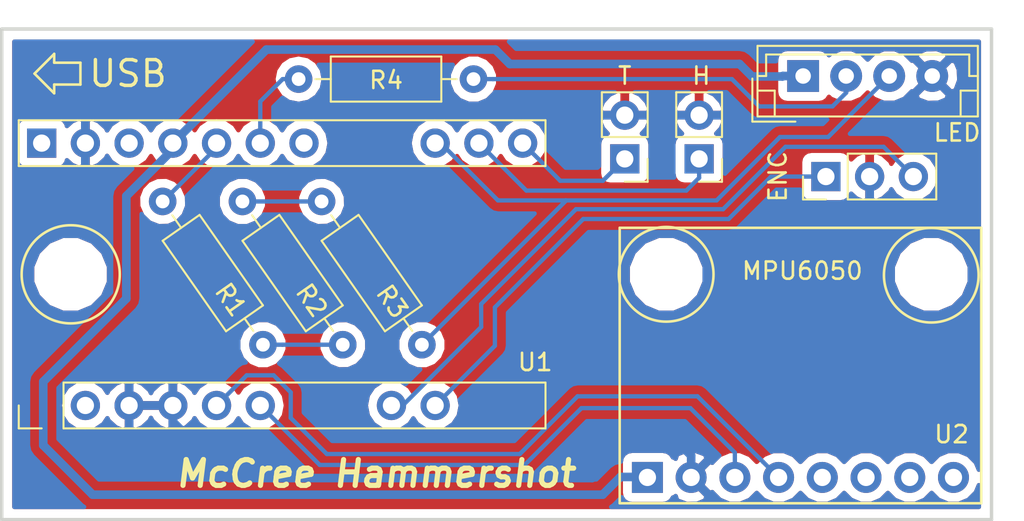
<source format=kicad_pcb>
(kicad_pcb (version 20170123) (host pcbnew "(2017-03-14 revision 0a29ab903)-makepkg")

  (general
    (links 22)
    (no_connects 0)
    (area 113.65781 80.1845 174.452429 110.579001)
    (thickness 1.6)
    (drawings 14)
    (tracks 91)
    (zones 0)
    (modules 11)
    (nets 23)
  )

  (page USLetter)
  (title_block
    (title "McCree Hammershot Controller")
    (date 2017-09-04)
    (rev v1.0.0)
    (company "Parts Not Included")
  )

  (layers
    (0 F.Cu signal)
    (1 In1.Cu signal)
    (2 In2.Cu signal)
    (31 B.Cu signal)
    (32 B.Adhes user)
    (33 F.Adhes user)
    (34 B.Paste user)
    (35 F.Paste user)
    (36 B.SilkS user)
    (37 F.SilkS user)
    (38 B.Mask user)
    (39 F.Mask user)
    (40 Dwgs.User user)
    (41 Cmts.User user)
    (42 Eco1.User user)
    (43 Eco2.User user)
    (44 Edge.Cuts user)
    (45 Margin user)
    (46 B.CrtYd user)
    (47 F.CrtYd user)
    (48 B.Fab user)
    (49 F.Fab user)
  )

  (setup
    (last_trace_width 0.25)
    (trace_clearance 0.2)
    (zone_clearance 0.508)
    (zone_45_only no)
    (trace_min 0.2)
    (segment_width 0.15)
    (edge_width 0.15)
    (via_size 0.8)
    (via_drill 0.4)
    (via_min_size 0.4)
    (via_min_drill 0.3)
    (uvia_size 0.3)
    (uvia_drill 0.1)
    (uvias_allowed no)
    (uvia_min_size 0.2)
    (uvia_min_drill 0.1)
    (pcb_text_width 0.3)
    (pcb_text_size 1.5 1.5)
    (mod_edge_width 0.15)
    (mod_text_size 1 1)
    (mod_text_width 0.15)
    (pad_size 3.2 3.2)
    (pad_drill 3.2)
    (pad_to_mask_clearance 0.2)
    (aux_axis_origin 0 0)
    (grid_origin 114.901 110.479)
    (visible_elements 7FFFEFFF)
    (pcbplotparams
      (layerselection 0x31030_fffffff9)
      (usegerberextensions false)
      (excludeedgelayer true)
      (linewidth 0.100000)
      (plotframeref false)
      (viasonmask false)
      (mode 1)
      (useauxorigin false)
      (hpglpennumber 1)
      (hpglpenspeed 20)
      (hpglpendiameter 15)
      (psnegative false)
      (psa4output false)
      (plotreference true)
      (plotvalue true)
      (plotinvisibletext false)
      (padsonsilk false)
      (subtractmaskfromsilk false)
      (outputformat 4)
      (mirror false)
      (drillshape 1)
      (scaleselection 1)
      (outputdirectory ""))
  )

  (net 0 "")
  (net 1 "Net-(U1-PadRX)")
  (net 2 "Net-(U1-PadRST)")
  (net 3 "Net-(U1-PadRAW)")
  (net 4 /GND)
  (net 5 /Trigger)
  (net 6 /Hammer)
  (net 7 /EncoderA)
  (net 8 /EncoderB)
  (net 9 /CapSense)
  (net 10 /LED_Data)
  (net 11 /+5V)
  (net 12 "Net-(R1-Pad1)")
  (net 13 "Net-(R2-Pad1)")
  (net 14 /SDA)
  (net 15 /SCL)
  (net 16 "Net-(U2-Pad5)")
  (net 17 "Net-(U2-Pad6)")
  (net 18 "Net-(U2-Pad7)")
  (net 19 "Net-(U2-Pad8)")
  (net 20 "Net-(R4-Pad2)")
  (net 21 /CapSource)
  (net 22 "Net-(U1-PadA1)")

  (net_class Default "This is the default net class."
    (clearance 0.2)
    (trace_width 0.25)
    (via_dia 0.8)
    (via_drill 0.4)
    (uvia_dia 0.3)
    (uvia_drill 0.1)
    (add_net /CapSense)
    (add_net /CapSource)
    (add_net /EncoderA)
    (add_net /EncoderB)
    (add_net /Hammer)
    (add_net /LED_Data)
    (add_net /SCL)
    (add_net /SDA)
    (add_net /Trigger)
    (add_net "Net-(R1-Pad1)")
    (add_net "Net-(R2-Pad1)")
    (add_net "Net-(R4-Pad2)")
    (add_net "Net-(U1-PadA1)")
    (add_net "Net-(U1-PadRAW)")
    (add_net "Net-(U1-PadRST)")
    (add_net "Net-(U1-PadRX)")
    (add_net "Net-(U2-Pad5)")
    (add_net "Net-(U2-Pad6)")
    (add_net "Net-(U2-Pad7)")
    (add_net "Net-(U2-Pad8)")
  )

  (net_class Power ""
    (clearance 0.2)
    (trace_width 0.5)
    (via_dia 0.8)
    (via_drill 0.4)
    (uvia_dia 0.3)
    (uvia_drill 0.1)
    (add_net /+5V)
    (add_net /GND)
  )

  (module M3_Bolt-Hole (layer F.Cu) (tedit 59ACE0B6) (tstamp 59AE1917)
    (at 118.909 96.229)
    (fp_text reference REF** (at 0 3.75) (layer F.SilkS) hide
      (effects (font (size 1 1) (thickness 0.15)))
    )
    (fp_text value "M3 Bolt Hole" (at 0 -3.75) (layer F.Fab) hide
      (effects (font (size 1 1) (thickness 0.15)))
    )
    (fp_circle (center 0 0) (end 2.75 -0.75) (layer F.SilkS) (width 0.15))
    (fp_circle (center 0 0) (end 2.75 -0.75) (layer F.Fab) (width 0.15))
    (pad "" np_thru_hole circle (at -0.008 0) (size 3.2 3.2) (drill 3.2) (layers *.Cu *.Mask))
  )

  (module McCree-Hammershot:MPU6050_Breakout locked (layer F.Cu) (tedit 59ACDFCA) (tstamp 59AD8B3D)
    (at 152.411 108.029)
    (path /59ACCF11)
    (fp_text reference U2 (at 17.6715 -2.503) (layer F.SilkS)
      (effects (font (size 1 1) (thickness 0.15)))
    )
    (fp_text value MPU6050 (at 9 -12) (layer F.Fab)
      (effects (font (size 1 1) (thickness 0.15)))
    )
    (fp_circle (center 1.09 -11.8) (end 3.84 -11.8) (layer F.Fab) (width 0.15))
    (fp_circle (center 16.49 -11.75) (end 19.24 -11.75) (layer F.Fab) (width 0.15))
    (fp_circle (center 16.49 -11.75) (end 19.24 -11.75) (layer F.SilkS) (width 0.15))
    (fp_circle (center 1.09 -11.8) (end 3.84 -11.8) (layer F.SilkS) (width 0.15))
    (fp_text user MPU6050 (at 9 -12) (layer F.SilkS)
      (effects (font (size 1 1) (thickness 0.15)))
    )
    (fp_line (start -1.61 -14.5) (end 19.39 -14.5) (layer F.Fab) (width 0.15))
    (fp_line (start 19.39 -14.5) (end 19.39 1.5) (layer F.Fab) (width 0.15))
    (fp_line (start -1.61 1.5) (end -1.61 -14.5) (layer F.Fab) (width 0.15))
    (fp_line (start 19.39 1.5) (end -1.61 1.5) (layer F.Fab) (width 0.15))
    (fp_line (start 19.39 1.5) (end -1.61 1.5) (layer F.SilkS) (width 0.15))
    (fp_line (start 19.39 -14.5) (end 19.39 1.5) (layer F.SilkS) (width 0.15))
    (fp_line (start -1.61 -14.5) (end 19.39 -14.5) (layer F.SilkS) (width 0.15))
    (fp_line (start -1.61 1.5) (end -1.61 -14.5) (layer F.SilkS) (width 0.15))
    (pad "" np_thru_hole circle (at 16.49 -11.8) (size 3.2 3.2) (drill 3.2) (layers *.Cu *.Mask))
    (pad "" np_thru_hole circle (at 1.09 -11.8) (size 3.2 3.2) (drill 3.2) (layers *.Cu *.Mask))
    (pad 8 thru_hole circle (at 17.78 0) (size 1.8 1.8) (drill 1) (layers *.Cu *.Mask)
      (net 19 "Net-(U2-Pad8)"))
    (pad 7 thru_hole circle (at 15.24 0) (size 1.8 1.8) (drill 1) (layers *.Cu *.Mask)
      (net 18 "Net-(U2-Pad7)"))
    (pad 6 thru_hole circle (at 12.7 0) (size 1.8 1.8) (drill 1) (layers *.Cu *.Mask)
      (net 17 "Net-(U2-Pad6)"))
    (pad 5 thru_hole circle (at 10.16 0) (size 1.8 1.8) (drill 1) (layers *.Cu *.Mask)
      (net 16 "Net-(U2-Pad5)"))
    (pad 4 thru_hole circle (at 7.62 0) (size 1.8 1.8) (drill 1) (layers *.Cu *.Mask)
      (net 14 /SDA))
    (pad 3 thru_hole circle (at 5.08 0) (size 1.8 1.8) (drill 1) (layers *.Cu *.Mask)
      (net 15 /SCL))
    (pad 2 thru_hole circle (at 2.54 0) (size 1.8 1.8) (drill 1) (layers *.Cu *.Mask)
      (net 4 /GND))
    (pad 1 thru_hole rect (at 0 0) (size 1.8 1.8) (drill 1) (layers *.Cu *.Mask)
      (net 11 /+5V))
  )

  (module McCree-Hammershot:Arduino_Pro-Micro_Headers_Gaps locked (layer F.Cu) (tedit 59ACD5BA) (tstamp 59AE0899)
    (at 117.221 103.849 90)
    (tags "arduino, micro")
    (path /59AC7CD7)
    (fp_text reference U1 (at 2.514 28.668 180) (layer F.SilkS)
      (effects (font (size 1 1) (thickness 0.15)))
    )
    (fp_text value Arduino_Pro-Micro (at -2.693 5.554 180) (layer F.Fab)
      (effects (font (size 1 1) (thickness 0.15)))
    )
    (fp_line (start 1.8 -1.8) (end -1.8 -1.8) (layer F.CrtYd) (width 0.05))
    (fp_line (start 1.8 29.75) (end 1.8 -1.8) (layer F.CrtYd) (width 0.05))
    (fp_line (start -1.8 29.75) (end 1.8 29.75) (layer F.CrtYd) (width 0.05))
    (fp_line (start -1.8 -1.8) (end -1.8 29.75) (layer F.CrtYd) (width 0.05))
    (fp_line (start -1.33 -1.33) (end 0 -1.33) (layer F.SilkS) (width 0.12))
    (fp_line (start -1.33 0) (end -1.33 -1.33) (layer F.SilkS) (width 0.12))
    (fp_line (start 1.33 1.27) (end -1.33 1.27) (layer F.SilkS) (width 0.12))
    (fp_line (start 1.33 29.27) (end 1.33 1.27) (layer F.SilkS) (width 0.12))
    (fp_line (start -1.33 29.27) (end 1.33 29.27) (layer F.SilkS) (width 0.12))
    (fp_line (start -1.33 1.27) (end -1.33 29.27) (layer F.SilkS) (width 0.12))
    (fp_line (start 1.27 -1.27) (end -1.27 -1.27) (layer F.Fab) (width 0.1))
    (fp_line (start 1.27 29.21) (end 1.27 -1.27) (layer F.Fab) (width 0.1))
    (fp_line (start -1.27 29.21) (end 1.27 29.21) (layer F.Fab) (width 0.1))
    (fp_line (start -1.27 -1.27) (end -1.27 29.21) (layer F.Fab) (width 0.1))
    (fp_text user %R (at 2.514 28.668 180) (layer F.Fab)
      (effects (font (size 1 1) (thickness 0.15)))
    )
    (fp_line (start 17.04 -1.8) (end 13.44 -1.8) (layer F.CrtYd) (width 0.05))
    (fp_line (start 13.44 29.75) (end 17.04 29.75) (layer F.CrtYd) (width 0.05))
    (fp_line (start 16.51 -1.27) (end 13.97 -1.27) (layer F.Fab) (width 0.1))
    (fp_line (start 13.97 29.21) (end 16.51 29.21) (layer F.Fab) (width 0.1))
    (fp_line (start 16.57 29.27) (end 16.57 -1.33) (layer F.SilkS) (width 0.12))
    (fp_line (start 13.91 29.27) (end 16.57 29.27) (layer F.SilkS) (width 0.12))
    (fp_line (start 17.04 29.75) (end 17.04 -1.8) (layer F.CrtYd) (width 0.05))
    (fp_line (start 13.91 -1.33) (end 13.91 29.27) (layer F.SilkS) (width 0.12))
    (fp_line (start 16.57 -1.33) (end 13.91 -1.33) (layer F.SilkS) (width 0.12))
    (fp_line (start 13.97 -1.27) (end 13.97 29.21) (layer F.Fab) (width 0.1))
    (fp_line (start 16.51 29.21) (end 16.51 -1.27) (layer F.Fab) (width 0.1))
    (fp_line (start 13.44 -1.8) (end 13.44 29.75) (layer F.CrtYd) (width 0.05))
    (pad 7 thru_hole oval (at 0 22.86 90) (size 1.7 1.7) (drill 1) (layers *.Cu *.Mask)
      (net 7 /EncoderA))
    (pad 6 thru_hole oval (at 0 20.32 90) (size 1.7 1.7) (drill 1) (layers *.Cu *.Mask)
      (net 8 /EncoderB))
    (pad 3 thru_hole oval (at 0 12.7 90) (size 1.7 1.7) (drill 1) (layers *.Cu *.Mask)
      (net 15 /SCL))
    (pad 2 thru_hole oval (at 0 10.16 90) (size 1.7 1.7) (drill 1) (layers *.Cu *.Mask)
      (net 14 /SDA))
    (pad GND thru_hole oval (at 0 7.62 90) (size 1.7 1.7) (drill 1) (layers *.Cu *.Mask)
      (net 4 /GND))
    (pad GND thru_hole oval (at 0 5.08 90) (size 1.7 1.7) (drill 1) (layers *.Cu *.Mask)
      (net 4 /GND))
    (pad RX thru_hole oval (at 0 2.54 90) (size 1.7 1.7) (drill 1) (layers *.Cu *.Mask)
      (net 1 "Net-(U1-PadRX)"))
    (pad 10 thru_hole oval (at 15.24 27.94 90) (size 1.7 1.7) (drill 1) (layers *.Cu *.Mask)
      (net 5 /Trigger))
    (pad GND thru_hole oval (at 15.24 2.54 90) (size 1.7 1.7) (drill 1) (layers *.Cu *.Mask)
      (net 4 /GND))
    (pad A1 thru_hole oval (at 15.24 15.24 90) (size 1.7 1.7) (drill 1) (layers *.Cu *.Mask)
      (net 22 "Net-(U1-PadA1)"))
    (pad RST thru_hole oval (at 15.24 5.08 90) (size 1.7 1.7) (drill 1) (layers *.Cu *.Mask)
      (net 2 "Net-(U1-PadRST)"))
    (pad A3 thru_hole oval (at 15.24 10.16 90) (size 1.7 1.7) (drill 1) (layers *.Cu *.Mask)
      (net 21 /CapSource))
    (pad 16 thru_hole oval (at 15.24 25.4 90) (size 1.7 1.7) (drill 1) (layers *.Cu *.Mask)
      (net 6 /Hammer))
    (pad RAW thru_hole rect (at 15.24 0 90) (size 1.7 1.7) (drill 1) (layers *.Cu *.Mask)
      (net 3 "Net-(U1-PadRAW)"))
    (pad A2 thru_hole oval (at 15.24 12.7 90) (size 1.7 1.7) (drill 1) (layers *.Cu *.Mask)
      (net 20 "Net-(R4-Pad2)"))
    (pad 14 thru_hole oval (at 15.24 22.86 90) (size 1.7 1.7) (drill 1) (layers *.Cu *.Mask)
      (net 9 /CapSense))
    (pad VCC thru_hole oval (at 15.24 7.62 90) (size 1.7 1.7) (drill 1) (layers *.Cu *.Mask)
      (net 11 /+5V))
  )

  (module Resistors_THT:R_Axial_DIN0207_L6.3mm_D2.5mm_P10.16mm_Horizontal (layer F.Cu) (tedit 5874F706) (tstamp 59AD1A14)
    (at 130.0775 100.319 125)
    (descr "Resistor, Axial_DIN0207 series, Axial, Horizontal, pin pitch=10.16mm, 0.25W = 1/4W, length*diameter=6.3*2.5mm^2, http://cdn-reichelt.de/documents/datenblatt/B400/1_4W%23YAG.pdf")
    (tags "Resistor Axial_DIN0207 series Axial Horizontal pin pitch 10.16mm 0.25W = 1/4W length 6.3mm diameter 2.5mm")
    (path /59ACA65A)
    (fp_text reference R1 (at 3.211171 -0.033679 125) (layer F.SilkS)
      (effects (font (size 1 1) (thickness 0.15)))
    )
    (fp_text value 1M (at 6.873672 -0.0211 125) (layer F.Fab)
      (effects (font (size 1 1) (thickness 0.15)))
    )
    (fp_line (start 11.25 -1.6) (end -1.05 -1.6) (layer F.CrtYd) (width 0.05))
    (fp_line (start 11.25 1.6) (end 11.25 -1.6) (layer F.CrtYd) (width 0.05))
    (fp_line (start -1.05 1.600001) (end 11.25 1.6) (layer F.CrtYd) (width 0.05))
    (fp_line (start -1.05 -1.6) (end -1.05 1.600001) (layer F.CrtYd) (width 0.05))
    (fp_line (start 9.18 0) (end 8.29 -0.000001) (layer F.SilkS) (width 0.12))
    (fp_line (start 0.98 0) (end 1.87 0) (layer F.SilkS) (width 0.12))
    (fp_line (start 8.29 -1.31) (end 1.87 -1.31) (layer F.SilkS) (width 0.12))
    (fp_line (start 8.29 1.310001) (end 8.29 -1.31) (layer F.SilkS) (width 0.12))
    (fp_line (start 1.87 1.31) (end 8.29 1.310001) (layer F.SilkS) (width 0.12))
    (fp_line (start 1.87 -1.31) (end 1.87 1.31) (layer F.SilkS) (width 0.12))
    (fp_line (start 10.16 0) (end 8.23 0) (layer F.Fab) (width 0.1))
    (fp_line (start 0 0) (end 1.93 -0.000001) (layer F.Fab) (width 0.1))
    (fp_line (start 8.23 -1.25) (end 1.93 -1.25) (layer F.Fab) (width 0.1))
    (fp_line (start 8.23 1.25) (end 8.23 -1.25) (layer F.Fab) (width 0.1))
    (fp_line (start 1.93 1.25) (end 8.23 1.25) (layer F.Fab) (width 0.1))
    (fp_line (start 1.93 -1.25) (end 1.93 1.25) (layer F.Fab) (width 0.1))
    (pad 2 thru_hole oval (at 10.16 0 125) (size 1.6 1.6) (drill 0.8) (layers *.Cu *.Mask)
      (net 21 /CapSource))
    (pad 1 thru_hole circle (at 0 0 125) (size 1.6 1.6) (drill 0.8) (layers *.Cu *.Mask)
      (net 12 "Net-(R1-Pad1)"))
    (model ${KISYS3DMOD}/Resistors_THT.3dshapes/R_Axial_DIN0207_L6.3mm_D2.5mm_P10.16mm_Horizontal.wrl
      (at (xyz 0 0 0))
      (scale (xyz 0.393701 0.393701 0.393701))
      (rotate (xyz 0 0 0))
    )
  )

  (module Connectors_JST:JST_EH_B04B-EH-A_04x2.50mm_Straight (layer F.Cu) (tedit 59ACD8B4) (tstamp 59AD19FE)
    (at 161.457 84.709)
    (descr "JST EH series connector, B04B-EH-A, 2.50mm pitch, top entry")
    (tags "connector jst eh top vertical straight")
    (path /59AC85C5)
    (fp_text reference LED (at 8.943 3.291) (layer F.SilkS)
      (effects (font (size 1 1) (thickness 0.15)))
    )
    (fp_text value "LED Conn" (at 3.736 -3.567) (layer F.Fab)
      (effects (font (size 1 1) (thickness 0.15)))
    )
    (fp_line (start 10.65 -2.25) (end -3.15 -2.25) (layer F.CrtYd) (width 0.05))
    (fp_line (start 10.65 2.85) (end 10.65 -2.25) (layer F.CrtYd) (width 0.05))
    (fp_line (start -3.15 2.85) (end 10.65 2.85) (layer F.CrtYd) (width 0.05))
    (fp_line (start -3.15 -2.25) (end -3.15 2.85) (layer F.CrtYd) (width 0.05))
    (fp_line (start -2.95 2.65) (end -0.45 2.65) (layer F.Fab) (width 0.1))
    (fp_line (start -2.95 0.15) (end -2.95 2.65) (layer F.Fab) (width 0.1))
    (fp_line (start -2.95 2.65) (end -0.45 2.65) (layer F.SilkS) (width 0.12))
    (fp_line (start -2.95 0.15) (end -2.95 2.65) (layer F.SilkS) (width 0.12))
    (fp_line (start 9.15 0.85) (end 9.15 2.35) (layer F.SilkS) (width 0.12))
    (fp_line (start 10.15 0.85) (end 9.15 0.85) (layer F.SilkS) (width 0.12))
    (fp_line (start -1.65 0.85) (end -1.65 2.35) (layer F.SilkS) (width 0.12))
    (fp_line (start -2.65 0.85) (end -1.65 0.85) (layer F.SilkS) (width 0.12))
    (fp_line (start 9.65 0) (end 10.15 0) (layer F.SilkS) (width 0.12))
    (fp_line (start 9.65 -1.25) (end 9.65 0) (layer F.SilkS) (width 0.12))
    (fp_line (start -2.15 -1.25) (end 9.65 -1.25) (layer F.SilkS) (width 0.12))
    (fp_line (start -2.15 0) (end -2.15 -1.25) (layer F.SilkS) (width 0.12))
    (fp_line (start -2.65 0) (end -2.15 0) (layer F.SilkS) (width 0.12))
    (fp_line (start 10.15 -1.75) (end -2.65 -1.75) (layer F.SilkS) (width 0.12))
    (fp_line (start 10.15 2.35) (end 10.15 -1.75) (layer F.SilkS) (width 0.12))
    (fp_line (start -2.65 2.35) (end 10.15 2.35) (layer F.SilkS) (width 0.12))
    (fp_line (start -2.65 -1.75) (end -2.65 2.35) (layer F.SilkS) (width 0.12))
    (fp_line (start 10 -1.6) (end -2.5 -1.6) (layer F.Fab) (width 0.1))
    (fp_line (start 10 2.2) (end 10 -1.6) (layer F.Fab) (width 0.1))
    (fp_line (start -2.5 2.2) (end 10 2.2) (layer F.Fab) (width 0.1))
    (fp_line (start -2.5 -1.6) (end -2.5 2.2) (layer F.Fab) (width 0.1))
    (fp_text user %R (at 8.943 3.291) (layer F.Fab)
      (effects (font (size 1 1) (thickness 0.15)))
    )
    (pad 4 thru_hole circle (at 7.5 0) (size 1.85 1.85) (drill 0.9) (layers *.Cu *.Mask)
      (net 4 /GND))
    (pad 3 thru_hole circle (at 5 0) (size 1.85 1.85) (drill 0.9) (layers *.Cu *.Mask)
      (net 9 /CapSense))
    (pad 2 thru_hole circle (at 2.5 0) (size 1.85 1.85) (drill 0.9) (layers *.Cu *.Mask)
      (net 10 /LED_Data))
    (pad 1 thru_hole rect (at 0 0) (size 1.85 1.85) (drill 0.9) (layers *.Cu *.Mask)
      (net 11 /+5V))
    (model Connectors_JST.3dshapes/JST_EH_B04B-EH-A_04x2.50mm_Straight.wrl
      (at (xyz 0 0 0))
      (scale (xyz 1 1 1))
      (rotate (xyz 0 0 0))
    )
  )

  (module Resistors_THT:R_Axial_DIN0207_L6.3mm_D2.5mm_P10.16mm_Horizontal (layer F.Cu) (tedit 5874F706) (tstamp 59AD1A2A)
    (at 128.885463 91.996415 305)
    (descr "Resistor, Axial_DIN0207 series, Axial, Horizontal, pin pitch=10.16mm, 0.25W = 1/4W, length*diameter=6.3*2.5mm^2, http://cdn-reichelt.de/documents/datenblatt/B400/1_4W%23YAG.pdf")
    (tags "Resistor Axial_DIN0207 series Axial Horizontal pin pitch 10.16mm 0.25W = 1/4W length 6.3mm diameter 2.5mm")
    (path /59ACA6E5)
    (fp_text reference R2 (at 7.016461 0.003516 305) (layer F.SilkS)
      (effects (font (size 1 1) (thickness 0.15)))
    )
    (fp_text value 1M (at 3.24014 -0.023645 305) (layer F.Fab)
      (effects (font (size 1 1) (thickness 0.15)))
    )
    (fp_line (start 1.93 -1.25) (end 1.93 1.25) (layer F.Fab) (width 0.1))
    (fp_line (start 1.93 1.25) (end 8.23 1.25) (layer F.Fab) (width 0.1))
    (fp_line (start 8.23 1.25) (end 8.23 -1.25) (layer F.Fab) (width 0.1))
    (fp_line (start 8.23 -1.25) (end 1.93 -1.25) (layer F.Fab) (width 0.1))
    (fp_line (start 0 0) (end 1.93 -0.000001) (layer F.Fab) (width 0.1))
    (fp_line (start 10.16 0) (end 8.23 0) (layer F.Fab) (width 0.1))
    (fp_line (start 1.87 -1.31) (end 1.87 1.31) (layer F.SilkS) (width 0.12))
    (fp_line (start 1.87 1.31) (end 8.29 1.310001) (layer F.SilkS) (width 0.12))
    (fp_line (start 8.29 1.310001) (end 8.29 -1.31) (layer F.SilkS) (width 0.12))
    (fp_line (start 8.29 -1.31) (end 1.87 -1.31) (layer F.SilkS) (width 0.12))
    (fp_line (start 0.98 0) (end 1.87 0) (layer F.SilkS) (width 0.12))
    (fp_line (start 9.18 0) (end 8.29 -0.000001) (layer F.SilkS) (width 0.12))
    (fp_line (start -1.05 -1.6) (end -1.05 1.600001) (layer F.CrtYd) (width 0.05))
    (fp_line (start -1.05 1.600001) (end 11.25 1.6) (layer F.CrtYd) (width 0.05))
    (fp_line (start 11.25 1.6) (end 11.25 -1.6) (layer F.CrtYd) (width 0.05))
    (fp_line (start 11.25 -1.6) (end -1.05 -1.6) (layer F.CrtYd) (width 0.05))
    (pad 1 thru_hole circle (at 0 0 305) (size 1.6 1.6) (drill 0.8) (layers *.Cu *.Mask)
      (net 13 "Net-(R2-Pad1)"))
    (pad 2 thru_hole oval (at 10.16 0 305) (size 1.6 1.6) (drill 0.8) (layers *.Cu *.Mask)
      (net 12 "Net-(R1-Pad1)"))
    (model ${KISYS3DMOD}/Resistors_THT.3dshapes/R_Axial_DIN0207_L6.3mm_D2.5mm_P10.16mm_Horizontal.wrl
      (at (xyz 0 0 0))
      (scale (xyz 0.393701 0.393701 0.393701))
      (rotate (xyz 0 0 0))
    )
  )

  (module Resistors_THT:R_Axial_DIN0207_L6.3mm_D2.5mm_P10.16mm_Horizontal (layer F.Cu) (tedit 5874F706) (tstamp 59AD1A40)
    (at 139.3104 100.319 125)
    (descr "Resistor, Axial_DIN0207 series, Axial, Horizontal, pin pitch=10.16mm, 0.25W = 1/4W, length*diameter=6.3*2.5mm^2, http://cdn-reichelt.de/documents/datenblatt/B400/1_4W%23YAG.pdf")
    (tags "Resistor Axial_DIN0207 series Axial Horizontal pin pitch 10.16mm 0.25W = 1/4W length 6.3mm diameter 2.5mm")
    (path /59ACA70B)
    (fp_text reference R3 (at 3.047193 0.018944 125) (layer F.SilkS)
      (effects (font (size 1 1) (thickness 0.15)))
    )
    (fp_text value 1M (at 6.982698 0.04904 125) (layer F.Fab)
      (effects (font (size 1 1) (thickness 0.15)))
    )
    (fp_line (start 11.25 -1.6) (end -1.05 -1.6) (layer F.CrtYd) (width 0.05))
    (fp_line (start 11.25 1.6) (end 11.25 -1.6) (layer F.CrtYd) (width 0.05))
    (fp_line (start -1.05 1.6) (end 11.25 1.6) (layer F.CrtYd) (width 0.05))
    (fp_line (start -1.05 -1.6) (end -1.05 1.6) (layer F.CrtYd) (width 0.05))
    (fp_line (start 9.18 0) (end 8.29 0) (layer F.SilkS) (width 0.12))
    (fp_line (start 0.98 0) (end 1.87 0) (layer F.SilkS) (width 0.12))
    (fp_line (start 8.29 -1.31) (end 1.87 -1.31) (layer F.SilkS) (width 0.12))
    (fp_line (start 8.29 1.31) (end 8.29 -1.31) (layer F.SilkS) (width 0.12))
    (fp_line (start 1.87 1.31) (end 8.29 1.31) (layer F.SilkS) (width 0.12))
    (fp_line (start 1.87 -1.31) (end 1.87 1.31) (layer F.SilkS) (width 0.12))
    (fp_line (start 10.16 0) (end 8.23 0) (layer F.Fab) (width 0.1))
    (fp_line (start 0 0) (end 1.93 0) (layer F.Fab) (width 0.1))
    (fp_line (start 8.23 -1.25) (end 1.93 -1.25) (layer F.Fab) (width 0.1))
    (fp_line (start 8.23 1.25) (end 8.23 -1.25) (layer F.Fab) (width 0.1))
    (fp_line (start 1.93 1.25) (end 8.23 1.25) (layer F.Fab) (width 0.1))
    (fp_line (start 1.93 -1.25) (end 1.93 1.25) (layer F.Fab) (width 0.1))
    (pad 2 thru_hole oval (at 10.16 0 125) (size 1.6 1.6) (drill 0.8) (layers *.Cu *.Mask)
      (net 13 "Net-(R2-Pad1)"))
    (pad 1 thru_hole circle (at 0 0 125) (size 1.6 1.6) (drill 0.8) (layers *.Cu *.Mask)
      (net 9 /CapSense))
    (model ${KISYS3DMOD}/Resistors_THT.3dshapes/R_Axial_DIN0207_L6.3mm_D2.5mm_P10.16mm_Horizontal.wrl
      (at (xyz 0 0 0))
      (scale (xyz 0.393701 0.393701 0.393701))
      (rotate (xyz 0 0 0))
    )
  )

  (module Resistors_THT:R_Axial_DIN0207_L6.3mm_D2.5mm_P10.16mm_Horizontal (layer F.Cu) (tedit 5874F706) (tstamp 59AD1A56)
    (at 142.3076 84.8885 180)
    (descr "Resistor, Axial_DIN0207 series, Axial, Horizontal, pin pitch=10.16mm, 0.25W = 1/4W, length*diameter=6.3*2.5mm^2, http://cdn-reichelt.de/documents/datenblatt/B400/1_4W%23YAG.pdf")
    (tags "Resistor Axial_DIN0207 series Axial Horizontal pin pitch 10.16mm 0.25W = 1/4W length 6.3mm diameter 2.5mm")
    (path /59ACF27C)
    (fp_text reference R4 (at 5.08 -0.0635 180) (layer F.SilkS)
      (effects (font (size 1 1) (thickness 0.15)))
    )
    (fp_text value 470 (at 5.08 2.31 180) (layer F.Fab)
      (effects (font (size 1 1) (thickness 0.15)))
    )
    (fp_line (start 1.93 -1.25) (end 1.93 1.25) (layer F.Fab) (width 0.1))
    (fp_line (start 1.93 1.25) (end 8.23 1.25) (layer F.Fab) (width 0.1))
    (fp_line (start 8.23 1.25) (end 8.23 -1.25) (layer F.Fab) (width 0.1))
    (fp_line (start 8.23 -1.25) (end 1.93 -1.25) (layer F.Fab) (width 0.1))
    (fp_line (start 0 0) (end 1.93 0) (layer F.Fab) (width 0.1))
    (fp_line (start 10.16 0) (end 8.23 0) (layer F.Fab) (width 0.1))
    (fp_line (start 1.87 -1.31) (end 1.87 1.31) (layer F.SilkS) (width 0.12))
    (fp_line (start 1.87 1.31) (end 8.29 1.31) (layer F.SilkS) (width 0.12))
    (fp_line (start 8.29 1.31) (end 8.29 -1.31) (layer F.SilkS) (width 0.12))
    (fp_line (start 8.29 -1.31) (end 1.87 -1.31) (layer F.SilkS) (width 0.12))
    (fp_line (start 0.98 0) (end 1.87 0) (layer F.SilkS) (width 0.12))
    (fp_line (start 9.18 0) (end 8.29 0) (layer F.SilkS) (width 0.12))
    (fp_line (start -1.05 -1.6) (end -1.05 1.6) (layer F.CrtYd) (width 0.05))
    (fp_line (start -1.05 1.6) (end 11.25 1.6) (layer F.CrtYd) (width 0.05))
    (fp_line (start 11.25 1.6) (end 11.25 -1.6) (layer F.CrtYd) (width 0.05))
    (fp_line (start 11.25 -1.6) (end -1.05 -1.6) (layer F.CrtYd) (width 0.05))
    (pad 1 thru_hole circle (at 0 0 180) (size 1.6 1.6) (drill 0.8) (layers *.Cu *.Mask)
      (net 10 /LED_Data))
    (pad 2 thru_hole oval (at 10.16 0 180) (size 1.6 1.6) (drill 0.8) (layers *.Cu *.Mask)
      (net 20 "Net-(R4-Pad2)"))
    (model ${KISYS3DMOD}/Resistors_THT.3dshapes/R_Axial_DIN0207_L6.3mm_D2.5mm_P10.16mm_Horizontal.wrl
      (at (xyz 0 0 0))
      (scale (xyz 0.393701 0.393701 0.393701))
      (rotate (xyz 0 0 0))
    )
  )

  (module Pin_Headers:Pin_Header_Straight_1x02_Pitch2.54mm (layer F.Cu) (tedit 59ACD4BB) (tstamp 59ADCE31)
    (at 151.096 89.524 180)
    (descr "Through hole straight pin header, 1x02, 2.54mm pitch, single row")
    (tags "Through hole pin header THT 1x02 2.54mm single row")
    (path /59AC7F98)
    (fp_text reference T (at 0 4.826 180) (layer F.SilkS)
      (effects (font (size 1 1) (thickness 0.15)))
    )
    (fp_text value "Trigger Conn" (at 2.794 1.905 270) (layer F.Fab)
      (effects (font (size 1 1) (thickness 0.15)))
    )
    (fp_text user %R (at 0 1.27 270) (layer F.Fab)
      (effects (font (size 1 1) (thickness 0.15)))
    )
    (fp_line (start 1.8 -1.8) (end -1.8 -1.8) (layer F.CrtYd) (width 0.05))
    (fp_line (start 1.8 4.35) (end 1.8 -1.8) (layer F.CrtYd) (width 0.05))
    (fp_line (start -1.8 4.35) (end 1.8 4.35) (layer F.CrtYd) (width 0.05))
    (fp_line (start -1.8 -1.8) (end -1.8 4.35) (layer F.CrtYd) (width 0.05))
    (fp_line (start -1.33 -1.33) (end 0 -1.33) (layer F.SilkS) (width 0.12))
    (fp_line (start -1.33 0) (end -1.33 -1.33) (layer F.SilkS) (width 0.12))
    (fp_line (start -1.33 1.27) (end 1.33 1.27) (layer F.SilkS) (width 0.12))
    (fp_line (start 1.33 1.27) (end 1.33 3.87) (layer F.SilkS) (width 0.12))
    (fp_line (start -1.33 1.27) (end -1.33 3.87) (layer F.SilkS) (width 0.12))
    (fp_line (start -1.33 3.87) (end 1.33 3.87) (layer F.SilkS) (width 0.12))
    (fp_line (start -1.27 -0.635) (end -0.635 -1.27) (layer F.Fab) (width 0.1))
    (fp_line (start -1.27 3.81) (end -1.27 -0.635) (layer F.Fab) (width 0.1))
    (fp_line (start 1.27 3.81) (end -1.27 3.81) (layer F.Fab) (width 0.1))
    (fp_line (start 1.27 -1.27) (end 1.27 3.81) (layer F.Fab) (width 0.1))
    (fp_line (start -0.635 -1.27) (end 1.27 -1.27) (layer F.Fab) (width 0.1))
    (pad 2 thru_hole oval (at 0 2.54 180) (size 1.7 1.7) (drill 1) (layers *.Cu *.Mask)
      (net 4 /GND))
    (pad 1 thru_hole rect (at 0 0 180) (size 1.7 1.7) (drill 1) (layers *.Cu *.Mask)
      (net 5 /Trigger))
    (model ${KISYS3DMOD}/Pin_Headers.3dshapes/Pin_Header_Straight_1x02_Pitch2.54mm.wrl
      (at (xyz 0 -0.05 0))
      (scale (xyz 1 1 1))
      (rotate (xyz 0 0 90))
    )
  )

  (module Pin_Headers:Pin_Header_Straight_1x02_Pitch2.54mm (layer F.Cu) (tedit 59ACD4C6) (tstamp 59ADCE46)
    (at 155.414 89.524 180)
    (descr "Through hole straight pin header, 1x02, 2.54mm pitch, single row")
    (tags "Through hole pin header THT 1x02 2.54mm single row")
    (path /59AC80CF)
    (fp_text reference H (at -0.127 4.826 180) (layer F.SilkS)
      (effects (font (size 1 1) (thickness 0.15)))
    )
    (fp_text value "Hammer Conn" (at -2.413 1.524 270) (layer F.Fab)
      (effects (font (size 1 1) (thickness 0.15)))
    )
    (fp_line (start -0.635 -1.27) (end 1.27 -1.27) (layer F.Fab) (width 0.1))
    (fp_line (start 1.27 -1.27) (end 1.27 3.81) (layer F.Fab) (width 0.1))
    (fp_line (start 1.27 3.81) (end -1.27 3.81) (layer F.Fab) (width 0.1))
    (fp_line (start -1.27 3.81) (end -1.27 -0.635) (layer F.Fab) (width 0.1))
    (fp_line (start -1.27 -0.635) (end -0.635 -1.27) (layer F.Fab) (width 0.1))
    (fp_line (start -1.33 3.87) (end 1.33 3.87) (layer F.SilkS) (width 0.12))
    (fp_line (start -1.33 1.27) (end -1.33 3.87) (layer F.SilkS) (width 0.12))
    (fp_line (start 1.33 1.27) (end 1.33 3.87) (layer F.SilkS) (width 0.12))
    (fp_line (start -1.33 1.27) (end 1.33 1.27) (layer F.SilkS) (width 0.12))
    (fp_line (start -1.33 0) (end -1.33 -1.33) (layer F.SilkS) (width 0.12))
    (fp_line (start -1.33 -1.33) (end 0 -1.33) (layer F.SilkS) (width 0.12))
    (fp_line (start -1.8 -1.8) (end -1.8 4.35) (layer F.CrtYd) (width 0.05))
    (fp_line (start -1.8 4.35) (end 1.8 4.35) (layer F.CrtYd) (width 0.05))
    (fp_line (start 1.8 4.35) (end 1.8 -1.8) (layer F.CrtYd) (width 0.05))
    (fp_line (start 1.8 -1.8) (end -1.8 -1.8) (layer F.CrtYd) (width 0.05))
    (fp_text user %R (at 0 1.27 270) (layer F.Fab)
      (effects (font (size 1 1) (thickness 0.15)))
    )
    (pad 1 thru_hole rect (at 0 0 180) (size 1.7 1.7) (drill 1) (layers *.Cu *.Mask)
      (net 6 /Hammer))
    (pad 2 thru_hole oval (at 0 2.54 180) (size 1.7 1.7) (drill 1) (layers *.Cu *.Mask)
      (net 4 /GND))
    (model ${KISYS3DMOD}/Pin_Headers.3dshapes/Pin_Header_Straight_1x02_Pitch2.54mm.wrl
      (at (xyz 0 -0.05 0))
      (scale (xyz 1 1 1))
      (rotate (xyz 0 0 90))
    )
  )

  (module Pin_Headers:Pin_Header_Straight_1x03_Pitch2.54mm (layer F.Cu) (tedit 59ADC9FD) (tstamp 59ADCE5B)
    (at 162.78 90.551 90)
    (descr "Through hole straight pin header, 1x03, 2.54mm pitch, single row")
    (tags "Through hole pin header THT 1x03 2.54mm single row")
    (path /59AC812C)
    (fp_text reference ENC (at 0 -2.794 90) (layer F.SilkS)
      (effects (font (size 1 1) (thickness 0.15)))
    )
    (fp_text value "Rotary Enc. Conn" (at -2.656 4.826 180) (layer F.Fab)
      (effects (font (size 1 1) (thickness 0.15)))
    )
    (fp_text user %R (at 0 -2.794 90) (layer F.Fab)
      (effects (font (size 1 1) (thickness 0.15)))
    )
    (fp_line (start 1.8 -1.8) (end -1.8 -1.8) (layer F.CrtYd) (width 0.05))
    (fp_line (start 1.8 6.85) (end 1.8 -1.8) (layer F.CrtYd) (width 0.05))
    (fp_line (start -1.8 6.85) (end 1.8 6.85) (layer F.CrtYd) (width 0.05))
    (fp_line (start -1.8 -1.8) (end -1.8 6.85) (layer F.CrtYd) (width 0.05))
    (fp_line (start -1.33 -1.33) (end 0 -1.33) (layer F.SilkS) (width 0.12))
    (fp_line (start -1.33 0) (end -1.33 -1.33) (layer F.SilkS) (width 0.12))
    (fp_line (start -1.33 1.27) (end 1.33 1.27) (layer F.SilkS) (width 0.12))
    (fp_line (start 1.33 1.27) (end 1.33 6.41) (layer F.SilkS) (width 0.12))
    (fp_line (start -1.33 1.27) (end -1.33 6.41) (layer F.SilkS) (width 0.12))
    (fp_line (start -1.33 6.41) (end 1.33 6.41) (layer F.SilkS) (width 0.12))
    (fp_line (start -1.27 -0.635) (end -0.635 -1.27) (layer F.Fab) (width 0.1))
    (fp_line (start -1.27 6.35) (end -1.27 -0.635) (layer F.Fab) (width 0.1))
    (fp_line (start 1.27 6.35) (end -1.27 6.35) (layer F.Fab) (width 0.1))
    (fp_line (start 1.27 -1.27) (end 1.27 6.35) (layer F.Fab) (width 0.1))
    (fp_line (start -0.635 -1.27) (end 1.27 -1.27) (layer F.Fab) (width 0.1))
    (pad 3 thru_hole oval (at 0 5.08 90) (size 1.7 1.7) (drill 1) (layers *.Cu *.Mask)
      (net 8 /EncoderB))
    (pad 2 thru_hole oval (at 0 2.54 90) (size 1.7 1.7) (drill 1) (layers *.Cu *.Mask)
      (net 4 /GND))
    (pad 1 thru_hole rect (at 0 0 90) (size 1.7 1.7) (drill 1) (layers *.Cu *.Mask)
      (net 7 /EncoderA))
    (model ${KISYS3DMOD}/Pin_Headers.3dshapes/Pin_Header_Straight_1x03_Pitch2.54mm.wrl
      (at (xyz 0 -0.1 0))
      (scale (xyz 1 1 1))
      (rotate (xyz 0 0 90))
    )
  )

  (gr_text "McCree Hammershot" (at 136.618 107.812) (layer F.SilkS)
    (effects (font (size 1.5 1.5) (thickness 0.3) italic))
  )
  (gr_line (start 116.806 84.571) (end 117.949 85.714) (layer F.SilkS) (width 0.15))
  (gr_line (start 117.949 83.428) (end 116.806 84.571) (layer F.SilkS) (width 0.15))
  (gr_line (start 117.949 85.206) (end 117.949 85.714) (layer F.SilkS) (width 0.15))
  (gr_line (start 117.949 83.428) (end 117.949 83.428) (layer F.SilkS) (width 0.15) (tstamp 59AE1248))
  (gr_line (start 119.473 85.206) (end 117.949 85.206) (layer F.SilkS) (width 0.15))
  (gr_line (start 119.473 83.936) (end 119.473 85.206) (layer F.SilkS) (width 0.15))
  (gr_line (start 117.949 83.936) (end 119.473 83.936) (layer F.SilkS) (width 0.15))
  (gr_line (start 117.949 83.428) (end 117.949 83.936) (layer F.SilkS) (width 0.15))
  (gr_text USB (at 119.854 84.571) (layer F.SilkS)
    (effects (font (size 1.5 1.5) (thickness 0.2)) (justify left))
  )
  (gr_line (start 172.401 81.979) (end 114.901 81.979) (layer Edge.Cuts) (width 0.2))
  (gr_line (start 172.401 110.479) (end 172.401 81.979) (layer Edge.Cuts) (width 0.2))
  (gr_line (start 114.901 110.479) (end 172.401 110.479) (layer Edge.Cuts) (width 0.2))
  (gr_line (start 114.901 81.979) (end 114.901 110.479) (layer Edge.Cuts) (width 0.2))

  (segment (start 154.951 108.029) (end 154.951 106.756208) (width 0.5) (layer B.Cu) (net 4))
  (segment (start 154.951 106.756208) (end 154.228792 106.034) (width 0.5) (layer B.Cu) (net 4))
  (segment (start 154.228792 106.034) (end 151.223 106.034) (width 0.5) (layer B.Cu) (net 4))
  (segment (start 151.223 106.034) (end 149.191 108.066) (width 0.5) (layer B.Cu) (net 4))
  (segment (start 149.191 108.066) (end 128.109 108.066) (width 0.5) (layer B.Cu) (net 4))
  (segment (start 128.109 108.066) (end 124.841 104.798) (width 0.5) (layer B.Cu) (net 4))
  (segment (start 124.841 104.798) (end 124.841 103.849) (width 0.5) (layer B.Cu) (net 4))
  (segment (start 154.813 108.585) (end 154.813 107.312208) (width 0.5) (layer In1.Cu) (net 4))
  (segment (start 151.096 89.524) (end 149.826 90.794) (width 0.25) (layer B.Cu) (net 5))
  (segment (start 149.826 90.794) (end 147.346 90.794) (width 0.25) (layer B.Cu) (net 5))
  (segment (start 147.346 90.794) (end 145.161 88.609) (width 0.25) (layer B.Cu) (net 5))
  (segment (start 155.414 89.524) (end 155.414 90.624) (width 0.25) (layer B.Cu) (net 6))
  (segment (start 155.414 90.624) (end 154.6725 91.3655) (width 0.25) (layer B.Cu) (net 6))
  (segment (start 154.6725 91.3655) (end 145.3775 91.3655) (width 0.25) (layer B.Cu) (net 6))
  (segment (start 145.3775 91.3655) (end 142.621 88.609) (width 0.25) (layer B.Cu) (net 6))
  (segment (start 162.78 90.551) (end 159.594 90.551) (width 0.25) (layer B.Cu) (net 7))
  (segment (start 159.594 90.551) (end 157.1285 93.0165) (width 0.25) (layer B.Cu) (net 7))
  (segment (start 157.1285 93.0165) (end 148.683 93.0165) (width 0.25) (layer B.Cu) (net 7))
  (segment (start 148.683 93.0165) (end 143.5522 98.1473) (width 0.25) (layer B.Cu) (net 7))
  (segment (start 143.5522 98.1473) (end 143.5522 100.3778) (width 0.25) (layer B.Cu) (net 7))
  (segment (start 143.5522 100.3778) (end 140.081 103.849) (width 0.25) (layer B.Cu) (net 7))
  (segment (start 167.86 90.551) (end 166.1345 88.8255) (width 0.25) (layer B.Cu) (net 8))
  (segment (start 160.4305 88.8255) (end 156.811 92.445) (width 0.25) (layer B.Cu) (net 8))
  (segment (start 166.1345 88.8255) (end 160.4305 88.8255) (width 0.25) (layer B.Cu) (net 8))
  (segment (start 142.7521 97.9568) (end 142.7521 99.2903) (width 0.25) (layer B.Cu) (net 8))
  (segment (start 156.811 92.445) (end 148.2639 92.445) (width 0.25) (layer B.Cu) (net 8))
  (segment (start 148.2639 92.445) (end 142.7521 97.9568) (width 0.25) (layer B.Cu) (net 8))
  (segment (start 142.7521 99.2903) (end 138.1934 103.849) (width 0.25) (layer B.Cu) (net 8))
  (segment (start 138.1934 103.849) (end 137.541 103.849) (width 0.25) (layer B.Cu) (net 8))
  (segment (start 146.27 91.937) (end 147.667 91.937) (width 0.25) (layer B.Cu) (net 9))
  (segment (start 147.667 91.937) (end 156.43 91.937) (width 0.25) (layer B.Cu) (net 9))
  (segment (start 139.3104 100.319) (end 147.667 91.9624) (width 0.25) (layer B.Cu) (net 9))
  (segment (start 147.667 91.9624) (end 147.667 91.937) (width 0.25) (layer B.Cu) (net 9))
  (segment (start 143.783122 91.937) (end 143.73 91.937) (width 0.25) (layer B.Cu) (net 9))
  (segment (start 143.73 91.937) (end 140.402 88.609) (width 0.25) (layer B.Cu) (net 9))
  (segment (start 140.402 88.609) (end 140.081 88.609) (width 0.25) (layer B.Cu) (net 9))
  (segment (start 146.27 91.937) (end 143.783122 91.937) (width 0.25) (layer B.Cu) (net 9))
  (segment (start 156.43 91.937) (end 160.113 88.254) (width 0.25) (layer B.Cu) (net 9))
  (segment (start 160.113 88.254) (end 162.912 88.254) (width 0.25) (layer B.Cu) (net 9))
  (segment (start 162.912 88.254) (end 166.457 84.709) (width 0.25) (layer B.Cu) (net 9))
  (segment (start 158.9065 86.476) (end 157.319 84.8885) (width 0.25) (layer B.Cu) (net 10))
  (segment (start 142.3076 84.8885) (end 143.43897 84.8885) (width 0.25) (layer B.Cu) (net 10))
  (segment (start 143.43897 84.8885) (end 157.319 84.8885) (width 0.25) (layer B.Cu) (net 10))
  (segment (start 163.957 84.709) (end 163.957 85.68) (width 0.25) (layer B.Cu) (net 10))
  (segment (start 163.957 85.68) (end 163.161 86.476) (width 0.25) (layer B.Cu) (net 10))
  (segment (start 163.161 86.476) (end 158.9065 86.476) (width 0.25) (layer B.Cu) (net 10))
  (segment (start 124.841 88.609) (end 124.841 88.982) (width 0.5) (layer B.Cu) (net 11))
  (segment (start 124.841 88.982) (end 122.14 91.683) (width 0.5) (layer B.Cu) (net 11))
  (segment (start 122.14 97.6393) (end 117.314 102.4653) (width 0.5) (layer B.Cu) (net 11))
  (segment (start 149.8103 109.0312) (end 150.839 108.0025) (width 0.5) (layer B.Cu) (net 11))
  (segment (start 122.14 91.683) (end 122.14 97.6393) (width 0.5) (layer B.Cu) (net 11))
  (segment (start 117.314 102.4653) (end 117.314 106.161) (width 0.5) (layer B.Cu) (net 11))
  (segment (start 117.314 106.161) (end 120.1842 109.0312) (width 0.5) (layer B.Cu) (net 11))
  (segment (start 120.1842 109.0312) (end 149.8103 109.0312) (width 0.5) (layer B.Cu) (net 11))
  (segment (start 150.839 108.0025) (end 152.239 108.0025) (width 0.5) (layer B.Cu) (net 11))
  (segment (start 161.457 84.709) (end 160.282 84.709) (width 0.5) (layer B.Cu) (net 11))
  (segment (start 160.282 84.709) (end 160.2549 84.7361) (width 0.5) (layer B.Cu) (net 11))
  (segment (start 143.5776 83.174) (end 130.276 83.174) (width 0.5) (layer B.Cu) (net 11))
  (segment (start 160.2549 84.7361) (end 158.4874 84.7361) (width 0.5) (layer B.Cu) (net 11))
  (segment (start 158.4874 84.7361) (end 157.7635 84.0122) (width 0.5) (layer B.Cu) (net 11))
  (segment (start 157.7635 84.0122) (end 144.4158 84.0122) (width 0.5) (layer B.Cu) (net 11))
  (segment (start 144.4158 84.0122) (end 143.5776 83.174) (width 0.5) (layer B.Cu) (net 11))
  (segment (start 130.276 83.174) (end 124.841 88.609) (width 0.5) (layer B.Cu) (net 11))
  (segment (start 130.0775 100.319) (end 131.20887 100.319) (width 0.25) (layer B.Cu) (net 12))
  (segment (start 131.20887 100.319) (end 134.713 100.319) (width 0.25) (layer B.Cu) (net 12))
  (segment (start 128.885463 91.996415) (end 133.482863 91.996415) (width 0.25) (layer B.Cu) (net 13))
  (segment (start 127.381 103.849) (end 129.133 102.097) (width 0.25) (layer B.Cu) (net 14))
  (segment (start 129.133 102.097) (end 130.6998 102.097) (width 0.25) (layer B.Cu) (net 14))
  (segment (start 130.6998 102.097) (end 131.6904 103.0876) (width 0.25) (layer B.Cu) (net 14))
  (segment (start 145 106.669) (end 148.3528 103.3162) (width 0.25) (layer B.Cu) (net 14))
  (segment (start 159.131001 107.129001) (end 160.031 108.029) (width 0.25) (layer B.Cu) (net 14))
  (segment (start 131.6904 103.0876) (end 131.6904 104.5735) (width 0.25) (layer B.Cu) (net 14))
  (segment (start 148.3528 103.3162) (end 155.3182 103.3162) (width 0.25) (layer B.Cu) (net 14))
  (segment (start 131.6904 104.5735) (end 133.7859 106.669) (width 0.25) (layer B.Cu) (net 14))
  (segment (start 133.7859 106.669) (end 145 106.669) (width 0.25) (layer B.Cu) (net 14))
  (segment (start 155.3182 103.3162) (end 159.131001 107.129001) (width 0.25) (layer B.Cu) (net 14))
  (segment (start 159.893 108.585) (end 159.6922 108.585) (width 0.25) (layer B.Cu) (net 14))
  (segment (start 129.921 103.849) (end 133.376 107.304) (width 0.25) (layer B.Cu) (net 15))
  (segment (start 148.5814 104.002) (end 154.906 104.002) (width 0.25) (layer B.Cu) (net 15))
  (segment (start 154.906 104.002) (end 157.491 106.587) (width 0.25) (layer B.Cu) (net 15))
  (segment (start 133.376 107.304) (end 145.2794 107.304) (width 0.25) (layer B.Cu) (net 15))
  (segment (start 145.2794 107.304) (end 148.5814 104.002) (width 0.25) (layer B.Cu) (net 15))
  (segment (start 157.491 106.587) (end 157.491 108.029) (width 0.25) (layer B.Cu) (net 15))
  (segment (start 132.1476 84.8885) (end 131.2205 84.8885) (width 0.25) (layer B.Cu) (net 20))
  (segment (start 131.2205 84.8885) (end 129.921 86.188) (width 0.25) (layer B.Cu) (net 20))
  (segment (start 129.921 86.188) (end 129.921 88.609) (width 0.25) (layer B.Cu) (net 20))
  (segment (start 129.921 88.609) (end 129.921 87.9025) (width 0.25) (layer B.Cu) (net 20))
  (segment (start 129.921 88.609) (end 129.887 88.643) (width 0.25) (layer B.Cu) (net 20))
  (segment (start 127.381 88.609) (end 127.381 88.8804) (width 0.25) (layer B.Cu) (net 21))
  (segment (start 127.381 88.8804) (end 124.264985 91.996415) (width 0.25) (layer B.Cu) (net 21))
  (segment (start 124.264985 91.996415) (end 124.249963 91.996415) (width 0.25) (layer B.Cu) (net 21))

  (zone (net 4) (net_name /GND) (layer F.Cu) (tstamp 0) (hatch edge 0.508)
    (connect_pads (clearance 0.508))
    (min_thickness 0.254)
    (fill yes (arc_segments 16) (thermal_gap 0.508) (thermal_bridge_width 0.508))
    (polygon
      (pts
        (xy 114.901 81.979) (xy 114.901 110.479) (xy 172.401 110.479) (xy 172.401 81.979)
      )
    )
    (filled_polygon
      (pts
        (xy 171.666 107.579157) (xy 171.493068 107.160629) (xy 171.061643 106.728449) (xy 170.49767 106.494267) (xy 169.887009 106.493735)
        (xy 169.322629 106.726932) (xy 168.920677 107.128182) (xy 168.521643 106.728449) (xy 167.95767 106.494267) (xy 167.347009 106.493735)
        (xy 166.782629 106.726932) (xy 166.380677 107.128182) (xy 165.981643 106.728449) (xy 165.41767 106.494267) (xy 164.807009 106.493735)
        (xy 164.242629 106.726932) (xy 163.840677 107.128182) (xy 163.441643 106.728449) (xy 162.87767 106.494267) (xy 162.267009 106.493735)
        (xy 161.702629 106.726932) (xy 161.300677 107.128182) (xy 160.901643 106.728449) (xy 160.33767 106.494267) (xy 159.727009 106.493735)
        (xy 159.162629 106.726932) (xy 158.760677 107.128182) (xy 158.361643 106.728449) (xy 157.79767 106.494267) (xy 157.187009 106.493735)
        (xy 156.622629 106.726932) (xy 156.190449 107.158357) (xy 156.181797 107.179194) (xy 156.031159 107.128446) (xy 155.130605 108.029)
        (xy 156.031159 108.929554) (xy 156.181327 108.878965) (xy 156.188932 108.897371) (xy 156.620357 109.329551) (xy 157.18433 109.563733)
        (xy 157.794991 109.564265) (xy 158.359371 109.331068) (xy 158.761323 108.929818) (xy 159.160357 109.329551) (xy 159.72433 109.563733)
        (xy 160.334991 109.564265) (xy 160.899371 109.331068) (xy 161.301323 108.929818) (xy 161.700357 109.329551) (xy 162.26433 109.563733)
        (xy 162.874991 109.564265) (xy 163.439371 109.331068) (xy 163.841323 108.929818) (xy 164.240357 109.329551) (xy 164.80433 109.563733)
        (xy 165.414991 109.564265) (xy 165.979371 109.331068) (xy 166.381323 108.929818) (xy 166.780357 109.329551) (xy 167.34433 109.563733)
        (xy 167.954991 109.564265) (xy 168.519371 109.331068) (xy 168.921323 108.929818) (xy 169.320357 109.329551) (xy 169.88433 109.563733)
        (xy 170.494991 109.564265) (xy 171.059371 109.331068) (xy 171.491551 108.899643) (xy 171.666 108.479523) (xy 171.666 109.744)
        (xy 115.636 109.744) (xy 115.636 107.129) (xy 150.86356 107.129) (xy 150.86356 108.929) (xy 150.912843 109.176765)
        (xy 151.053191 109.386809) (xy 151.263235 109.527157) (xy 151.511 109.57644) (xy 153.311 109.57644) (xy 153.558765 109.527157)
        (xy 153.768809 109.386809) (xy 153.901058 109.188886) (xy 153.93589 109.223718) (xy 154.050447 109.109161) (xy 154.136852 109.365643)
        (xy 154.710336 109.575458) (xy 155.32046 109.549839) (xy 155.765148 109.365643) (xy 155.851554 109.109159) (xy 154.951 108.208605)
        (xy 154.936858 108.222748) (xy 154.757253 108.043143) (xy 154.771395 108.029) (xy 154.757253 108.014858) (xy 154.936858 107.835253)
        (xy 154.951 107.849395) (xy 155.851554 106.948841) (xy 155.765148 106.692357) (xy 155.191664 106.482542) (xy 154.58154 106.508161)
        (xy 154.136852 106.692357) (xy 154.050447 106.948839) (xy 153.93589 106.834282) (xy 153.901058 106.869114) (xy 153.768809 106.671191)
        (xy 153.558765 106.530843) (xy 153.311 106.48156) (xy 151.511 106.48156) (xy 151.263235 106.530843) (xy 151.053191 106.671191)
        (xy 150.912843 106.881235) (xy 150.86356 107.129) (xy 115.636 107.129) (xy 115.636 103.819907) (xy 118.276 103.819907)
        (xy 118.276 103.878093) (xy 118.389039 104.446378) (xy 118.710946 104.928147) (xy 119.192715 105.250054) (xy 119.761 105.363093)
        (xy 120.329285 105.250054) (xy 120.811054 104.928147) (xy 121.038702 104.587447) (xy 121.105817 104.730358) (xy 121.534076 105.120645)
        (xy 121.94411 105.290476) (xy 122.174 105.169155) (xy 122.174 103.976) (xy 122.428 103.976) (xy 122.428 105.169155)
        (xy 122.65789 105.290476) (xy 123.067924 105.120645) (xy 123.496183 104.730358) (xy 123.571 104.571046) (xy 123.645817 104.730358)
        (xy 124.074076 105.120645) (xy 124.48411 105.290476) (xy 124.714 105.169155) (xy 124.714 103.976) (xy 122.428 103.976)
        (xy 122.174 103.976) (xy 122.154 103.976) (xy 122.154 103.722) (xy 122.174 103.722) (xy 122.174 102.528845)
        (xy 122.428 102.528845) (xy 122.428 103.722) (xy 124.714 103.722) (xy 124.714 102.528845) (xy 124.968 102.528845)
        (xy 124.968 103.722) (xy 124.988 103.722) (xy 124.988 103.976) (xy 124.968 103.976) (xy 124.968 105.169155)
        (xy 125.19789 105.290476) (xy 125.607924 105.120645) (xy 126.036183 104.730358) (xy 126.103298 104.587447) (xy 126.330946 104.928147)
        (xy 126.812715 105.250054) (xy 127.381 105.363093) (xy 127.949285 105.250054) (xy 128.431054 104.928147) (xy 128.651 104.598974)
        (xy 128.870946 104.928147) (xy 129.352715 105.250054) (xy 129.921 105.363093) (xy 130.489285 105.250054) (xy 130.971054 104.928147)
        (xy 131.292961 104.446378) (xy 131.406 103.878093) (xy 131.406 103.819907) (xy 136.056 103.819907) (xy 136.056 103.878093)
        (xy 136.169039 104.446378) (xy 136.490946 104.928147) (xy 136.972715 105.250054) (xy 137.541 105.363093) (xy 138.109285 105.250054)
        (xy 138.591054 104.928147) (xy 138.811 104.598974) (xy 139.030946 104.928147) (xy 139.512715 105.250054) (xy 140.081 105.363093)
        (xy 140.649285 105.250054) (xy 141.131054 104.928147) (xy 141.452961 104.446378) (xy 141.566 103.878093) (xy 141.566 103.819907)
        (xy 141.452961 103.251622) (xy 141.131054 102.769853) (xy 140.649285 102.447946) (xy 140.081 102.334907) (xy 139.512715 102.447946)
        (xy 139.030946 102.769853) (xy 138.811 103.099026) (xy 138.591054 102.769853) (xy 138.109285 102.447946) (xy 137.541 102.334907)
        (xy 136.972715 102.447946) (xy 136.490946 102.769853) (xy 136.169039 103.251622) (xy 136.056 103.819907) (xy 131.406 103.819907)
        (xy 131.292961 103.251622) (xy 130.971054 102.769853) (xy 130.489285 102.447946) (xy 129.921 102.334907) (xy 129.352715 102.447946)
        (xy 128.870946 102.769853) (xy 128.651 103.099026) (xy 128.431054 102.769853) (xy 127.949285 102.447946) (xy 127.381 102.334907)
        (xy 126.812715 102.447946) (xy 126.330946 102.769853) (xy 126.103298 103.110553) (xy 126.036183 102.967642) (xy 125.607924 102.577355)
        (xy 125.19789 102.407524) (xy 124.968 102.528845) (xy 124.714 102.528845) (xy 124.48411 102.407524) (xy 124.074076 102.577355)
        (xy 123.645817 102.967642) (xy 123.571 103.126954) (xy 123.496183 102.967642) (xy 123.067924 102.577355) (xy 122.65789 102.407524)
        (xy 122.428 102.528845) (xy 122.174 102.528845) (xy 121.94411 102.407524) (xy 121.534076 102.577355) (xy 121.105817 102.967642)
        (xy 121.038702 103.110553) (xy 120.811054 102.769853) (xy 120.329285 102.447946) (xy 119.761 102.334907) (xy 119.192715 102.447946)
        (xy 118.710946 102.769853) (xy 118.389039 103.251622) (xy 118.276 103.819907) (xy 115.636 103.819907) (xy 115.636 100.603187)
        (xy 128.642252 100.603187) (xy 128.860257 101.1308) (xy 129.263577 101.534824) (xy 129.790809 101.75375) (xy 130.361687 101.754248)
        (xy 130.8893 101.536243) (xy 131.293324 101.132923) (xy 131.51225 100.605691) (xy 131.512737 100.046783) (xy 133.283677 100.046783)
        (xy 133.295889 100.606558) (xy 133.52139 101.11905) (xy 133.55364 101.165108) (xy 133.958097 101.552294) (xy 134.479936 101.755227)
        (xy 135.039712 101.743014) (xy 135.552204 101.517514) (xy 135.93939 101.113056) (xy 136.137668 100.603187) (xy 137.875152 100.603187)
        (xy 138.093157 101.1308) (xy 138.496477 101.534824) (xy 139.023709 101.75375) (xy 139.594587 101.754248) (xy 140.1222 101.536243)
        (xy 140.526224 101.132923) (xy 140.74515 100.605691) (xy 140.745648 100.034813) (xy 140.527643 99.5072) (xy 140.124323 99.103176)
        (xy 139.597091 98.88425) (xy 139.026213 98.883752) (xy 138.4986 99.101757) (xy 138.094576 99.505077) (xy 137.87565 100.032309)
        (xy 137.875152 100.603187) (xy 136.137668 100.603187) (xy 136.142323 100.591217) (xy 136.13011 100.031441) (xy 135.90461 99.518949)
        (xy 135.87236 99.472892) (xy 135.467902 99.085706) (xy 134.946063 98.882773) (xy 134.386288 98.894985) (xy 133.873796 99.120486)
        (xy 133.48661 99.524944) (xy 133.283677 100.046783) (xy 131.512737 100.046783) (xy 131.512748 100.034813) (xy 131.294743 99.5072)
        (xy 130.891423 99.103176) (xy 130.364191 98.88425) (xy 129.793313 98.883752) (xy 129.2657 99.101757) (xy 128.861676 99.505077)
        (xy 128.64275 100.032309) (xy 128.642252 100.603187) (xy 115.636 100.603187) (xy 115.636 96.671619) (xy 116.665613 96.671619)
        (xy 117.005155 97.493372) (xy 117.633321 98.122636) (xy 118.454481 98.463611) (xy 119.343619 98.464387) (xy 120.165372 98.124845)
        (xy 120.794636 97.496679) (xy 121.135611 96.675519) (xy 121.135614 96.671619) (xy 151.265613 96.671619) (xy 151.605155 97.493372)
        (xy 152.233321 98.122636) (xy 153.054481 98.463611) (xy 153.943619 98.464387) (xy 154.765372 98.124845) (xy 155.394636 97.496679)
        (xy 155.735611 96.675519) (xy 155.735614 96.671619) (xy 166.665613 96.671619) (xy 167.005155 97.493372) (xy 167.633321 98.122636)
        (xy 168.454481 98.463611) (xy 169.343619 98.464387) (xy 170.165372 98.124845) (xy 170.794636 97.496679) (xy 171.135611 96.675519)
        (xy 171.136387 95.786381) (xy 170.796845 94.964628) (xy 170.168679 94.335364) (xy 169.347519 93.994389) (xy 168.458381 93.993613)
        (xy 167.636628 94.333155) (xy 167.007364 94.961321) (xy 166.666389 95.782481) (xy 166.665613 96.671619) (xy 155.735614 96.671619)
        (xy 155.736387 95.786381) (xy 155.396845 94.964628) (xy 154.768679 94.335364) (xy 153.947519 93.994389) (xy 153.058381 93.993613)
        (xy 152.236628 94.333155) (xy 151.607364 94.961321) (xy 151.266389 95.782481) (xy 151.265613 96.671619) (xy 121.135614 96.671619)
        (xy 121.136387 95.786381) (xy 120.796845 94.964628) (xy 120.168679 94.335364) (xy 119.347519 93.994389) (xy 118.458381 93.993613)
        (xy 117.636628 94.333155) (xy 117.007364 94.961321) (xy 116.666389 95.782481) (xy 116.665613 96.671619) (xy 115.636 96.671619)
        (xy 115.636 91.724198) (xy 122.82064 91.724198) (xy 122.832852 92.283973) (xy 123.058353 92.796465) (xy 123.090603 92.842523)
        (xy 123.49506 93.229709) (xy 124.016899 93.432642) (xy 124.576675 93.420429) (xy 125.089167 93.194929) (xy 125.476353 92.790471)
        (xy 125.674631 92.280602) (xy 127.450215 92.280602) (xy 127.66822 92.808215) (xy 128.07154 93.212239) (xy 128.598772 93.431165)
        (xy 129.16965 93.431663) (xy 129.697263 93.213658) (xy 130.101287 92.810338) (xy 130.320213 92.283106) (xy 130.3207 91.724198)
        (xy 132.05354 91.724198) (xy 132.065752 92.283973) (xy 132.291253 92.796465) (xy 132.323503 92.842523) (xy 132.72796 93.229709)
        (xy 133.249799 93.432642) (xy 133.809575 93.420429) (xy 134.322067 93.194929) (xy 134.709253 92.790471) (xy 134.912186 92.268632)
        (xy 134.899973 91.708856) (xy 134.674473 91.196364) (xy 134.642223 91.150307) (xy 134.237765 90.763121) (xy 133.715926 90.560188)
        (xy 133.156151 90.5724) (xy 132.643659 90.797901) (xy 132.256473 91.202359) (xy 132.05354 91.724198) (xy 130.3207 91.724198)
        (xy 130.320711 91.712228) (xy 130.102706 91.184615) (xy 129.699386 90.780591) (xy 129.172154 90.561665) (xy 128.601276 90.561167)
        (xy 128.073663 90.779172) (xy 127.669639 91.182492) (xy 127.450713 91.709724) (xy 127.450215 92.280602) (xy 125.674631 92.280602)
        (xy 125.679286 92.268632) (xy 125.667073 91.708856) (xy 125.441573 91.196364) (xy 125.409323 91.150307) (xy 125.004865 90.763121)
        (xy 124.483026 90.560188) (xy 123.923251 90.5724) (xy 123.410759 90.797901) (xy 123.023573 91.202359) (xy 122.82064 91.724198)
        (xy 115.636 91.724198) (xy 115.636 87.759) (xy 115.72356 87.759) (xy 115.72356 89.459) (xy 115.772843 89.706765)
        (xy 115.913191 89.916809) (xy 116.123235 90.057157) (xy 116.371 90.10644) (xy 118.071 90.10644) (xy 118.318765 90.057157)
        (xy 118.528809 89.916809) (xy 118.669157 89.706765) (xy 118.689739 89.603292) (xy 118.994076 89.880645) (xy 119.40411 90.050476)
        (xy 119.634 89.929155) (xy 119.634 88.736) (xy 119.614 88.736) (xy 119.614 88.482) (xy 119.634 88.482)
        (xy 119.634 87.288845) (xy 119.888 87.288845) (xy 119.888 88.482) (xy 119.908 88.482) (xy 119.908 88.736)
        (xy 119.888 88.736) (xy 119.888 89.929155) (xy 120.11789 90.050476) (xy 120.527924 89.880645) (xy 120.956183 89.490358)
        (xy 121.023298 89.347447) (xy 121.250946 89.688147) (xy 121.732715 90.010054) (xy 122.301 90.123093) (xy 122.869285 90.010054)
        (xy 123.351054 89.688147) (xy 123.571 89.358974) (xy 123.790946 89.688147) (xy 124.272715 90.010054) (xy 124.841 90.123093)
        (xy 125.409285 90.010054) (xy 125.891054 89.688147) (xy 126.111 89.358974) (xy 126.330946 89.688147) (xy 126.812715 90.010054)
        (xy 127.381 90.123093) (xy 127.949285 90.010054) (xy 128.431054 89.688147) (xy 128.651 89.358974) (xy 128.870946 89.688147)
        (xy 129.352715 90.010054) (xy 129.921 90.123093) (xy 130.489285 90.010054) (xy 130.971054 89.688147) (xy 131.191 89.358974)
        (xy 131.410946 89.688147) (xy 131.892715 90.010054) (xy 132.461 90.123093) (xy 133.029285 90.010054) (xy 133.511054 89.688147)
        (xy 133.832961 89.206378) (xy 133.946 88.638093) (xy 133.946 88.579907) (xy 138.596 88.579907) (xy 138.596 88.638093)
        (xy 138.709039 89.206378) (xy 139.030946 89.688147) (xy 139.512715 90.010054) (xy 140.081 90.123093) (xy 140.649285 90.010054)
        (xy 141.131054 89.688147) (xy 141.351 89.358974) (xy 141.570946 89.688147) (xy 142.052715 90.010054) (xy 142.621 90.123093)
        (xy 143.189285 90.010054) (xy 143.671054 89.688147) (xy 143.891 89.358974) (xy 144.110946 89.688147) (xy 144.592715 90.010054)
        (xy 145.161 90.123093) (xy 145.729285 90.010054) (xy 146.211054 89.688147) (xy 146.532961 89.206378) (xy 146.638857 88.674)
        (xy 149.59856 88.674) (xy 149.59856 90.374) (xy 149.647843 90.621765) (xy 149.788191 90.831809) (xy 149.998235 90.972157)
        (xy 150.246 91.02144) (xy 151.946 91.02144) (xy 152.193765 90.972157) (xy 152.403809 90.831809) (xy 152.544157 90.621765)
        (xy 152.59344 90.374) (xy 152.59344 88.674) (xy 153.91656 88.674) (xy 153.91656 90.374) (xy 153.965843 90.621765)
        (xy 154.106191 90.831809) (xy 154.316235 90.972157) (xy 154.564 91.02144) (xy 156.264 91.02144) (xy 156.511765 90.972157)
        (xy 156.721809 90.831809) (xy 156.862157 90.621765) (xy 156.91144 90.374) (xy 156.91144 89.701) (xy 161.28256 89.701)
        (xy 161.28256 91.401) (xy 161.331843 91.648765) (xy 161.472191 91.858809) (xy 161.682235 91.999157) (xy 161.93 92.04844)
        (xy 163.63 92.04844) (xy 163.877765 91.999157) (xy 164.087809 91.858809) (xy 164.228157 91.648765) (xy 164.248739 91.545292)
        (xy 164.553076 91.822645) (xy 164.96311 91.992476) (xy 165.193 91.871155) (xy 165.193 90.678) (xy 165.173 90.678)
        (xy 165.173 90.424) (xy 165.193 90.424) (xy 165.193 89.230845) (xy 165.447 89.230845) (xy 165.447 90.424)
        (xy 165.467 90.424) (xy 165.467 90.678) (xy 165.447 90.678) (xy 165.447 91.871155) (xy 165.67689 91.992476)
        (xy 166.086924 91.822645) (xy 166.515183 91.432358) (xy 166.582298 91.289447) (xy 166.809946 91.630147) (xy 167.291715 91.952054)
        (xy 167.86 92.065093) (xy 168.428285 91.952054) (xy 168.910054 91.630147) (xy 169.231961 91.148378) (xy 169.345 90.580093)
        (xy 169.345 90.521907) (xy 169.231961 89.953622) (xy 168.910054 89.471853) (xy 168.428285 89.149946) (xy 167.86 89.036907)
        (xy 167.291715 89.149946) (xy 166.809946 89.471853) (xy 166.582298 89.812553) (xy 166.515183 89.669642) (xy 166.086924 89.279355)
        (xy 165.67689 89.109524) (xy 165.447 89.230845) (xy 165.193 89.230845) (xy 164.96311 89.109524) (xy 164.553076 89.279355)
        (xy 164.248739 89.556708) (xy 164.228157 89.453235) (xy 164.087809 89.243191) (xy 163.877765 89.102843) (xy 163.63 89.05356)
        (xy 161.93 89.05356) (xy 161.682235 89.102843) (xy 161.472191 89.243191) (xy 161.331843 89.453235) (xy 161.28256 89.701)
        (xy 156.91144 89.701) (xy 156.91144 88.674) (xy 156.862157 88.426235) (xy 156.721809 88.216191) (xy 156.511765 88.075843)
        (xy 156.408292 88.055261) (xy 156.685645 87.750924) (xy 156.855476 87.34089) (xy 156.734155 87.111) (xy 155.541 87.111)
        (xy 155.541 87.131) (xy 155.287 87.131) (xy 155.287 87.111) (xy 154.093845 87.111) (xy 153.972524 87.34089)
        (xy 154.142355 87.750924) (xy 154.419708 88.055261) (xy 154.316235 88.075843) (xy 154.106191 88.216191) (xy 153.965843 88.426235)
        (xy 153.91656 88.674) (xy 152.59344 88.674) (xy 152.544157 88.426235) (xy 152.403809 88.216191) (xy 152.193765 88.075843)
        (xy 152.090292 88.055261) (xy 152.367645 87.750924) (xy 152.537476 87.34089) (xy 152.416155 87.111) (xy 151.223 87.111)
        (xy 151.223 87.131) (xy 150.969 87.131) (xy 150.969 87.111) (xy 149.775845 87.111) (xy 149.654524 87.34089)
        (xy 149.824355 87.750924) (xy 150.101708 88.055261) (xy 149.998235 88.075843) (xy 149.788191 88.216191) (xy 149.647843 88.426235)
        (xy 149.59856 88.674) (xy 146.638857 88.674) (xy 146.646 88.638093) (xy 146.646 88.579907) (xy 146.532961 88.011622)
        (xy 146.211054 87.529853) (xy 145.729285 87.207946) (xy 145.161 87.094907) (xy 144.592715 87.207946) (xy 144.110946 87.529853)
        (xy 143.891 87.859026) (xy 143.671054 87.529853) (xy 143.189285 87.207946) (xy 142.621 87.094907) (xy 142.052715 87.207946)
        (xy 141.570946 87.529853) (xy 141.351 87.859026) (xy 141.131054 87.529853) (xy 140.649285 87.207946) (xy 140.081 87.094907)
        (xy 139.512715 87.207946) (xy 139.030946 87.529853) (xy 138.709039 88.011622) (xy 138.596 88.579907) (xy 133.946 88.579907)
        (xy 133.832961 88.011622) (xy 133.511054 87.529853) (xy 133.029285 87.207946) (xy 132.461 87.094907) (xy 131.892715 87.207946)
        (xy 131.410946 87.529853) (xy 131.191 87.859026) (xy 130.971054 87.529853) (xy 130.489285 87.207946) (xy 129.921 87.094907)
        (xy 129.352715 87.207946) (xy 128.870946 87.529853) (xy 128.651 87.859026) (xy 128.431054 87.529853) (xy 127.949285 87.207946)
        (xy 127.381 87.094907) (xy 126.812715 87.207946) (xy 126.330946 87.529853) (xy 126.111 87.859026) (xy 125.891054 87.529853)
        (xy 125.409285 87.207946) (xy 124.841 87.094907) (xy 124.272715 87.207946) (xy 123.790946 87.529853) (xy 123.571 87.859026)
        (xy 123.351054 87.529853) (xy 122.869285 87.207946) (xy 122.301 87.094907) (xy 121.732715 87.207946) (xy 121.250946 87.529853)
        (xy 121.023298 87.870553) (xy 120.956183 87.727642) (xy 120.527924 87.337355) (xy 120.11789 87.167524) (xy 119.888 87.288845)
        (xy 119.634 87.288845) (xy 119.40411 87.167524) (xy 118.994076 87.337355) (xy 118.689739 87.614708) (xy 118.669157 87.511235)
        (xy 118.528809 87.301191) (xy 118.318765 87.160843) (xy 118.071 87.11156) (xy 116.371 87.11156) (xy 116.123235 87.160843)
        (xy 115.913191 87.301191) (xy 115.772843 87.511235) (xy 115.72356 87.759) (xy 115.636 87.759) (xy 115.636 86.62711)
        (xy 149.654524 86.62711) (xy 149.775845 86.857) (xy 150.969 86.857) (xy 150.969 85.663181) (xy 151.223 85.663181)
        (xy 151.223 86.857) (xy 152.416155 86.857) (xy 152.537476 86.62711) (xy 153.972524 86.62711) (xy 154.093845 86.857)
        (xy 155.287 86.857) (xy 155.287 85.663181) (xy 155.541 85.663181) (xy 155.541 86.857) (xy 156.734155 86.857)
        (xy 156.855476 86.62711) (xy 156.685645 86.217076) (xy 156.295358 85.788817) (xy 155.770892 85.542514) (xy 155.541 85.663181)
        (xy 155.287 85.663181) (xy 155.057108 85.542514) (xy 154.532642 85.788817) (xy 154.142355 86.217076) (xy 153.972524 86.62711)
        (xy 152.537476 86.62711) (xy 152.367645 86.217076) (xy 151.977358 85.788817) (xy 151.452892 85.542514) (xy 151.223 85.663181)
        (xy 150.969 85.663181) (xy 150.739108 85.542514) (xy 150.214642 85.788817) (xy 149.824355 86.217076) (xy 149.654524 86.62711)
        (xy 115.636 86.62711) (xy 115.636 84.8885) (xy 130.684487 84.8885) (xy 130.79372 85.437651) (xy 131.104789 85.903198)
        (xy 131.570336 86.214267) (xy 132.119487 86.3235) (xy 132.175713 86.3235) (xy 132.724864 86.214267) (xy 133.190411 85.903198)
        (xy 133.50148 85.437651) (xy 133.554184 85.172687) (xy 140.872352 85.172687) (xy 141.090357 85.7003) (xy 141.493677 86.104324)
        (xy 142.020909 86.32325) (xy 142.591787 86.323748) (xy 143.1194 86.105743) (xy 143.523424 85.702423) (xy 143.74235 85.175191)
        (xy 143.742848 84.604313) (xy 143.524843 84.0767) (xy 143.232654 83.784) (xy 159.88456 83.784) (xy 159.88456 85.634)
        (xy 159.933843 85.881765) (xy 160.074191 86.091809) (xy 160.284235 86.232157) (xy 160.532 86.28144) (xy 162.382 86.28144)
        (xy 162.629765 86.232157) (xy 162.839809 86.091809) (xy 162.957427 85.915782) (xy 163.072177 86.030732) (xy 163.645336 86.268728)
        (xy 164.265942 86.26927) (xy 164.839514 86.032275) (xy 165.207256 85.665174) (xy 165.572177 86.030732) (xy 166.145336 86.268728)
        (xy 166.765942 86.26927) (xy 167.339514 86.032275) (xy 167.564926 85.807256) (xy 168.038349 85.807256) (xy 168.127821 86.066332)
        (xy 168.710368 86.280325) (xy 169.330461 86.255097) (xy 169.786179 86.066332) (xy 169.875651 85.807256) (xy 168.957 84.888605)
        (xy 168.038349 85.807256) (xy 167.564926 85.807256) (xy 167.774121 85.598426) (xy 167.858744 85.627651) (xy 168.777395 84.709)
        (xy 169.136605 84.709) (xy 170.055256 85.627651) (xy 170.314332 85.538179) (xy 170.528325 84.955632) (xy 170.503097 84.335539)
        (xy 170.314332 83.879821) (xy 170.055256 83.790349) (xy 169.136605 84.709) (xy 168.777395 84.709) (xy 167.858744 83.790349)
        (xy 167.773566 83.819765) (xy 167.56491 83.610744) (xy 168.038349 83.610744) (xy 168.957 84.529395) (xy 169.875651 83.610744)
        (xy 169.786179 83.351668) (xy 169.203632 83.137675) (xy 168.583539 83.162903) (xy 168.127821 83.351668) (xy 168.038349 83.610744)
        (xy 167.56491 83.610744) (xy 167.341823 83.387268) (xy 166.768664 83.149272) (xy 166.148058 83.14873) (xy 165.574486 83.385725)
        (xy 165.206744 83.752826) (xy 164.841823 83.387268) (xy 164.268664 83.149272) (xy 163.648058 83.14873) (xy 163.074486 83.385725)
        (xy 162.957572 83.502435) (xy 162.839809 83.326191) (xy 162.629765 83.185843) (xy 162.382 83.13656) (xy 160.532 83.13656)
        (xy 160.284235 83.185843) (xy 160.074191 83.326191) (xy 159.933843 83.536235) (xy 159.88456 83.784) (xy 143.232654 83.784)
        (xy 143.121523 83.672676) (xy 142.594291 83.45375) (xy 142.023413 83.453252) (xy 141.4958 83.671257) (xy 141.091776 84.074577)
        (xy 140.87285 84.601809) (xy 140.872352 85.172687) (xy 133.554184 85.172687) (xy 133.610713 84.8885) (xy 133.50148 84.339349)
        (xy 133.190411 83.873802) (xy 132.724864 83.562733) (xy 132.175713 83.4535) (xy 132.119487 83.4535) (xy 131.570336 83.562733)
        (xy 131.104789 83.873802) (xy 130.79372 84.339349) (xy 130.684487 84.8885) (xy 115.636 84.8885) (xy 115.636 82.714)
        (xy 171.666 82.714)
      )
    )
  )
  (zone (net 4) (net_name /GND) (layer B.Cu) (tstamp 0) (hatch edge 0.508)
    (connect_pads (clearance 0.508))
    (min_thickness 0.254)
    (fill yes (arc_segments 16) (thermal_gap 0.508) (thermal_bridge_width 0.508))
    (polygon
      (pts
        (xy 114.901 81.979) (xy 114.901 110.479) (xy 172.401 110.479) (xy 172.401 81.979)
      )
    )
    (filled_polygon
      (pts
        (xy 171.666 107.579157) (xy 171.493068 107.160629) (xy 171.061643 106.728449) (xy 170.49767 106.494267) (xy 169.887009 106.493735)
        (xy 169.322629 106.726932) (xy 168.920677 107.128182) (xy 168.521643 106.728449) (xy 167.95767 106.494267) (xy 167.347009 106.493735)
        (xy 166.782629 106.726932) (xy 166.380677 107.128182) (xy 165.981643 106.728449) (xy 165.41767 106.494267) (xy 164.807009 106.493735)
        (xy 164.242629 106.726932) (xy 163.840677 107.128182) (xy 163.441643 106.728449) (xy 162.87767 106.494267) (xy 162.267009 106.493735)
        (xy 161.702629 106.726932) (xy 161.300677 107.128182) (xy 160.901643 106.728449) (xy 160.33767 106.494267) (xy 159.727009 106.493735)
        (xy 159.616287 106.539485) (xy 155.855601 102.778799) (xy 155.609039 102.614052) (xy 155.3182 102.5562) (xy 148.3528 102.5562)
        (xy 148.06196 102.614052) (xy 147.815399 102.778799) (xy 144.685198 105.909) (xy 134.100702 105.909) (xy 132.4504 104.258698)
        (xy 132.4504 103.0876) (xy 132.392548 102.796761) (xy 132.227801 102.550199) (xy 131.237201 101.559599) (xy 131.01478 101.410982)
        (xy 131.293324 101.132923) (xy 131.315715 101.079) (xy 133.503768 101.079) (xy 133.52139 101.11905) (xy 133.55364 101.165108)
        (xy 133.958097 101.552294) (xy 134.479936 101.755227) (xy 135.039712 101.743014) (xy 135.552204 101.517514) (xy 135.93939 101.113056)
        (xy 136.142323 100.591217) (xy 136.13011 100.031441) (xy 135.90461 99.518949) (xy 135.87236 99.472892) (xy 135.467902 99.085706)
        (xy 134.946063 98.882773) (xy 134.386288 98.894985) (xy 133.873796 99.120486) (xy 133.48661 99.524944) (xy 133.473366 99.559)
        (xy 131.316146 99.559) (xy 131.294743 99.5072) (xy 130.891423 99.103176) (xy 130.364191 98.88425) (xy 129.793313 98.883752)
        (xy 129.2657 99.101757) (xy 128.861676 99.505077) (xy 128.64275 100.032309) (xy 128.642252 100.603187) (xy 128.860257 101.1308)
        (xy 129.077181 101.348103) (xy 128.842161 101.394852) (xy 128.595599 101.559599) (xy 127.747408 102.40779) (xy 127.381 102.334907)
        (xy 126.812715 102.447946) (xy 126.330946 102.769853) (xy 126.103298 103.110553) (xy 126.036183 102.967642) (xy 125.607924 102.577355)
        (xy 125.19789 102.407524) (xy 124.968 102.528845) (xy 124.968 103.722) (xy 124.988 103.722) (xy 124.988 103.976)
        (xy 124.968 103.976) (xy 124.968 105.169155) (xy 125.19789 105.290476) (xy 125.607924 105.120645) (xy 126.036183 104.730358)
        (xy 126.103298 104.587447) (xy 126.330946 104.928147) (xy 126.812715 105.250054) (xy 127.381 105.363093) (xy 127.949285 105.250054)
        (xy 128.431054 104.928147) (xy 128.651 104.598974) (xy 128.870946 104.928147) (xy 129.352715 105.250054) (xy 129.921 105.363093)
        (xy 130.287408 105.29021) (xy 132.838599 107.841401) (xy 133.085161 108.006148) (xy 133.376 108.064) (xy 145.2794 108.064)
        (xy 145.570239 108.006148) (xy 145.816801 107.841401) (xy 148.896202 104.762) (xy 154.591198 104.762) (xy 156.58935 106.760152)
        (xy 156.190449 107.158357) (xy 156.181797 107.179194) (xy 156.031159 107.128446) (xy 155.130605 108.029) (xy 156.031159 108.929554)
        (xy 156.181327 108.878965) (xy 156.188932 108.897371) (xy 156.620357 109.329551) (xy 157.18433 109.563733) (xy 157.794991 109.564265)
        (xy 158.359371 109.331068) (xy 158.761323 108.929818) (xy 159.160357 109.329551) (xy 159.72433 109.563733) (xy 160.334991 109.564265)
        (xy 160.899371 109.331068) (xy 161.301323 108.929818) (xy 161.700357 109.329551) (xy 162.26433 109.563733) (xy 162.874991 109.564265)
        (xy 163.439371 109.331068) (xy 163.841323 108.929818) (xy 164.240357 109.329551) (xy 164.80433 109.563733) (xy 165.414991 109.564265)
        (xy 165.979371 109.331068) (xy 166.381323 108.929818) (xy 166.780357 109.329551) (xy 167.34433 109.563733) (xy 167.954991 109.564265)
        (xy 168.519371 109.331068) (xy 168.921323 108.929818) (xy 169.320357 109.329551) (xy 169.88433 109.563733) (xy 170.494991 109.564265)
        (xy 171.059371 109.331068) (xy 171.491551 108.899643) (xy 171.666 108.479523) (xy 171.666 109.744) (xy 150.30587 109.744)
        (xy 150.43609 109.65699) (xy 150.914234 109.178846) (xy 151.053191 109.386809) (xy 151.263235 109.527157) (xy 151.511 109.57644)
        (xy 153.311 109.57644) (xy 153.558765 109.527157) (xy 153.768809 109.386809) (xy 153.901058 109.188886) (xy 153.93589 109.223718)
        (xy 154.050447 109.109161) (xy 154.136852 109.365643) (xy 154.710336 109.575458) (xy 155.32046 109.549839) (xy 155.765148 109.365643)
        (xy 155.851554 109.109159) (xy 154.951 108.208605) (xy 154.936858 108.222748) (xy 154.757253 108.043143) (xy 154.771395 108.029)
        (xy 154.757253 108.014858) (xy 154.936858 107.835253) (xy 154.951 107.849395) (xy 155.851554 106.948841) (xy 155.765148 106.692357)
        (xy 155.191664 106.482542) (xy 154.58154 106.508161) (xy 154.136852 106.692357) (xy 154.050447 106.948839) (xy 153.93589 106.834282)
        (xy 153.901058 106.869114) (xy 153.768809 106.671191) (xy 153.558765 106.530843) (xy 153.311 106.48156) (xy 151.511 106.48156)
        (xy 151.263235 106.530843) (xy 151.053191 106.671191) (xy 150.912843 106.881235) (xy 150.865847 107.1175) (xy 150.839 107.1175)
        (xy 150.500325 107.184867) (xy 150.21321 107.37671) (xy 150.213208 107.376713) (xy 149.44372 108.1462) (xy 120.550779 108.1462)
        (xy 118.199 105.79442) (xy 118.199 103.819907) (xy 118.276 103.819907) (xy 118.276 103.878093) (xy 118.389039 104.446378)
        (xy 118.710946 104.928147) (xy 119.192715 105.250054) (xy 119.761 105.363093) (xy 120.329285 105.250054) (xy 120.811054 104.928147)
        (xy 121.038702 104.587447) (xy 121.105817 104.730358) (xy 121.534076 105.120645) (xy 121.94411 105.290476) (xy 122.174 105.169155)
        (xy 122.174 103.976) (xy 122.428 103.976) (xy 122.428 105.169155) (xy 122.65789 105.290476) (xy 123.067924 105.120645)
        (xy 123.496183 104.730358) (xy 123.571 104.571046) (xy 123.645817 104.730358) (xy 124.074076 105.120645) (xy 124.48411 105.290476)
        (xy 124.714 105.169155) (xy 124.714 103.976) (xy 122.428 103.976) (xy 122.174 103.976) (xy 122.154 103.976)
        (xy 122.154 103.722) (xy 122.174 103.722) (xy 122.174 102.528845) (xy 122.428 102.528845) (xy 122.428 103.722)
        (xy 124.714 103.722) (xy 124.714 102.528845) (xy 124.48411 102.407524) (xy 124.074076 102.577355) (xy 123.645817 102.967642)
        (xy 123.571 103.126954) (xy 123.496183 102.967642) (xy 123.067924 102.577355) (xy 122.65789 102.407524) (xy 122.428 102.528845)
        (xy 122.174 102.528845) (xy 121.94411 102.407524) (xy 121.534076 102.577355) (xy 121.105817 102.967642) (xy 121.038702 103.110553)
        (xy 120.811054 102.769853) (xy 120.329285 102.447946) (xy 119.761 102.334907) (xy 119.192715 102.447946) (xy 118.710946 102.769853)
        (xy 118.389039 103.251622) (xy 118.276 103.819907) (xy 118.199 103.819907) (xy 118.199 102.83188) (xy 122.765787 98.265092)
        (xy 122.76579 98.26509) (xy 122.957633 97.977975) (xy 122.981804 97.856461) (xy 123.025001 97.6393) (xy 123.025 97.639295)
        (xy 123.025 92.720664) (xy 123.058353 92.796465) (xy 123.090603 92.842523) (xy 123.49506 93.229709) (xy 124.016899 93.432642)
        (xy 124.576675 93.420429) (xy 125.089167 93.194929) (xy 125.476353 92.790471) (xy 125.674631 92.280602) (xy 127.450215 92.280602)
        (xy 127.66822 92.808215) (xy 128.07154 93.212239) (xy 128.598772 93.431165) (xy 129.16965 93.431663) (xy 129.697263 93.213658)
        (xy 130.101287 92.810338) (xy 130.123678 92.756415) (xy 132.273631 92.756415) (xy 132.291253 92.796465) (xy 132.323503 92.842523)
        (xy 132.72796 93.229709) (xy 133.249799 93.432642) (xy 133.809575 93.420429) (xy 134.322067 93.194929) (xy 134.709253 92.790471)
        (xy 134.912186 92.268632) (xy 134.899973 91.708856) (xy 134.674473 91.196364) (xy 134.642223 91.150307) (xy 134.237765 90.763121)
        (xy 133.715926 90.560188) (xy 133.156151 90.5724) (xy 132.643659 90.797901) (xy 132.256473 91.202359) (xy 132.243229 91.236415)
        (xy 130.124109 91.236415) (xy 130.102706 91.184615) (xy 129.699386 90.780591) (xy 129.172154 90.561665) (xy 128.601276 90.561167)
        (xy 128.073663 90.779172) (xy 127.669639 91.182492) (xy 127.450713 91.709724) (xy 127.450215 92.280602) (xy 125.674631 92.280602)
        (xy 125.679286 92.268632) (xy 125.667073 91.708856) (xy 125.654934 91.681268) (xy 127.240964 90.095238) (xy 127.381 90.123093)
        (xy 127.949285 90.010054) (xy 128.431054 89.688147) (xy 128.651 89.358974) (xy 128.870946 89.688147) (xy 129.352715 90.010054)
        (xy 129.921 90.123093) (xy 130.489285 90.010054) (xy 130.971054 89.688147) (xy 131.191 89.358974) (xy 131.410946 89.688147)
        (xy 131.892715 90.010054) (xy 132.461 90.123093) (xy 133.029285 90.010054) (xy 133.511054 89.688147) (xy 133.832961 89.206378)
        (xy 133.946 88.638093) (xy 133.946 88.579907) (xy 133.832961 88.011622) (xy 133.511054 87.529853) (xy 133.029285 87.207946)
        (xy 132.461 87.094907) (xy 131.892715 87.207946) (xy 131.410946 87.529853) (xy 131.191 87.859026) (xy 130.971054 87.529853)
        (xy 130.681 87.336046) (xy 130.681 86.502802) (xy 131.210182 85.97362) (xy 131.570336 86.214267) (xy 132.119487 86.3235)
        (xy 132.175713 86.3235) (xy 132.724864 86.214267) (xy 133.190411 85.903198) (xy 133.50148 85.437651) (xy 133.610713 84.8885)
        (xy 133.50148 84.339349) (xy 133.314157 84.059) (xy 141.10738 84.059) (xy 141.091776 84.074577) (xy 140.87285 84.601809)
        (xy 140.872352 85.172687) (xy 141.090357 85.7003) (xy 141.493677 86.104324) (xy 142.020909 86.32325) (xy 142.591787 86.323748)
        (xy 143.1194 86.105743) (xy 143.523424 85.702423) (xy 143.545815 85.6485) (xy 150.513426 85.6485) (xy 150.214642 85.788817)
        (xy 149.824355 86.217076) (xy 149.654524 86.62711) (xy 149.775845 86.857) (xy 150.969 86.857) (xy 150.969 86.837)
        (xy 151.223 86.837) (xy 151.223 86.857) (xy 152.416155 86.857) (xy 152.537476 86.62711) (xy 152.367645 86.217076)
        (xy 151.977358 85.788817) (xy 151.678574 85.6485) (xy 154.831426 85.6485) (xy 154.532642 85.788817) (xy 154.142355 86.217076)
        (xy 153.972524 86.62711) (xy 154.093845 86.857) (xy 155.287 86.857) (xy 155.287 86.837) (xy 155.541 86.837)
        (xy 155.541 86.857) (xy 156.734155 86.857) (xy 156.855476 86.62711) (xy 156.685645 86.217076) (xy 156.295358 85.788817)
        (xy 155.996574 85.6485) (xy 157.004198 85.6485) (xy 158.369099 87.013401) (xy 158.615661 87.178148) (xy 158.9065 87.236)
        (xy 162.855198 87.236) (xy 162.597198 87.494) (xy 160.113 87.494) (xy 159.822161 87.551852) (xy 159.575599 87.716599)
        (xy 156.909762 90.382436) (xy 156.91144 90.374) (xy 156.91144 88.674) (xy 156.862157 88.426235) (xy 156.721809 88.216191)
        (xy 156.511765 88.075843) (xy 156.408292 88.055261) (xy 156.685645 87.750924) (xy 156.855476 87.34089) (xy 156.734155 87.111)
        (xy 155.541 87.111) (xy 155.541 87.131) (xy 155.287 87.131) (xy 155.287 87.111) (xy 154.093845 87.111)
        (xy 153.972524 87.34089) (xy 154.142355 87.750924) (xy 154.419708 88.055261) (xy 154.316235 88.075843) (xy 154.106191 88.216191)
        (xy 153.965843 88.426235) (xy 153.91656 88.674) (xy 153.91656 90.374) (xy 153.962608 90.6055) (xy 152.547392 90.6055)
        (xy 152.59344 90.374) (xy 152.59344 88.674) (xy 152.544157 88.426235) (xy 152.403809 88.216191) (xy 152.193765 88.075843)
        (xy 152.090292 88.055261) (xy 152.367645 87.750924) (xy 152.537476 87.34089) (xy 152.416155 87.111) (xy 151.223 87.111)
        (xy 151.223 87.131) (xy 150.969 87.131) (xy 150.969 87.111) (xy 149.775845 87.111) (xy 149.654524 87.34089)
        (xy 149.824355 87.750924) (xy 150.101708 88.055261) (xy 149.998235 88.075843) (xy 149.788191 88.216191) (xy 149.647843 88.426235)
        (xy 149.59856 88.674) (xy 149.59856 89.946638) (xy 149.511198 90.034) (xy 147.660802 90.034) (xy 146.582771 88.955969)
        (xy 146.646 88.638093) (xy 146.646 88.579907) (xy 146.532961 88.011622) (xy 146.211054 87.529853) (xy 145.729285 87.207946)
        (xy 145.161 87.094907) (xy 144.592715 87.207946) (xy 144.110946 87.529853) (xy 143.891 87.859026) (xy 143.671054 87.529853)
        (xy 143.189285 87.207946) (xy 142.621 87.094907) (xy 142.052715 87.207946) (xy 141.570946 87.529853) (xy 141.351 87.859026)
        (xy 141.131054 87.529853) (xy 140.649285 87.207946) (xy 140.081 87.094907) (xy 139.512715 87.207946) (xy 139.030946 87.529853)
        (xy 138.709039 88.011622) (xy 138.596 88.579907) (xy 138.596 88.638093) (xy 138.709039 89.206378) (xy 139.030946 89.688147)
        (xy 139.512715 90.010054) (xy 140.081 90.123093) (xy 140.649285 90.010054) (xy 140.696622 89.978424) (xy 143.192599 92.474401)
        (xy 143.439161 92.639148) (xy 143.73 92.697) (xy 145.857598 92.697) (xy 139.648854 98.905744) (xy 139.597091 98.88425)
        (xy 139.026213 98.883752) (xy 138.4986 99.101757) (xy 138.094576 99.505077) (xy 137.87565 100.032309) (xy 137.875152 100.603187)
        (xy 138.093157 101.1308) (xy 138.496477 101.534824) (xy 139.023709 101.75375) (xy 139.213682 101.753916) (xy 138.355282 102.612316)
        (xy 138.109285 102.447946) (xy 137.541 102.334907) (xy 136.972715 102.447946) (xy 136.490946 102.769853) (xy 136.169039 103.251622)
        (xy 136.056 103.819907) (xy 136.056 103.878093) (xy 136.169039 104.446378) (xy 136.490946 104.928147) (xy 136.972715 105.250054)
        (xy 137.541 105.363093) (xy 138.109285 105.250054) (xy 138.591054 104.928147) (xy 138.811 104.598974) (xy 139.030946 104.928147)
        (xy 139.512715 105.250054) (xy 140.081 105.363093) (xy 140.649285 105.250054) (xy 141.131054 104.928147) (xy 141.452961 104.446378)
        (xy 141.566 103.878093) (xy 141.566 103.819907) (xy 141.502771 103.502031) (xy 144.089601 100.915201) (xy 144.254348 100.668639)
        (xy 144.3122 100.3778) (xy 144.3122 98.462102) (xy 146.102683 96.671619) (xy 151.265613 96.671619) (xy 151.605155 97.493372)
        (xy 152.233321 98.122636) (xy 153.054481 98.463611) (xy 153.943619 98.464387) (xy 154.765372 98.124845) (xy 155.394636 97.496679)
        (xy 155.735611 96.675519) (xy 155.735614 96.671619) (xy 166.665613 96.671619) (xy 167.005155 97.493372) (xy 167.633321 98.122636)
        (xy 168.454481 98.463611) (xy 169.343619 98.464387) (xy 170.165372 98.124845) (xy 170.794636 97.496679) (xy 171.135611 96.675519)
        (xy 171.136387 95.786381) (xy 170.796845 94.964628) (xy 170.168679 94.335364) (xy 169.347519 93.994389) (xy 168.458381 93.993613)
        (xy 167.636628 94.333155) (xy 167.007364 94.961321) (xy 166.666389 95.782481) (xy 166.665613 96.671619) (xy 155.735614 96.671619)
        (xy 155.736387 95.786381) (xy 155.396845 94.964628) (xy 154.768679 94.335364) (xy 153.947519 93.994389) (xy 153.058381 93.993613)
        (xy 152.236628 94.333155) (xy 151.607364 94.961321) (xy 151.266389 95.782481) (xy 151.265613 96.671619) (xy 146.102683 96.671619)
        (xy 148.997802 93.7765) (xy 157.1285 93.7765) (xy 157.419339 93.718648) (xy 157.665901 93.553901) (xy 159.908802 91.311)
        (xy 161.28256 91.311) (xy 161.28256 91.401) (xy 161.331843 91.648765) (xy 161.472191 91.858809) (xy 161.682235 91.999157)
        (xy 161.93 92.04844) (xy 163.63 92.04844) (xy 163.877765 91.999157) (xy 164.087809 91.858809) (xy 164.228157 91.648765)
        (xy 164.248739 91.545292) (xy 164.553076 91.822645) (xy 164.96311 91.992476) (xy 165.193 91.871155) (xy 165.193 90.678)
        (xy 165.173 90.678) (xy 165.173 90.424) (xy 165.193 90.424) (xy 165.193 90.404) (xy 165.447 90.404)
        (xy 165.447 90.424) (xy 165.467 90.424) (xy 165.467 90.678) (xy 165.447 90.678) (xy 165.447 91.871155)
        (xy 165.67689 91.992476) (xy 166.086924 91.822645) (xy 166.515183 91.432358) (xy 166.582298 91.289447) (xy 166.809946 91.630147)
        (xy 167.291715 91.952054) (xy 167.86 92.065093) (xy 168.428285 91.952054) (xy 168.910054 91.630147) (xy 169.231961 91.148378)
        (xy 169.345 90.580093) (xy 169.345 90.521907) (xy 169.231961 89.953622) (xy 168.910054 89.471853) (xy 168.428285 89.149946)
        (xy 167.86 89.036907) (xy 167.493593 89.10979) (xy 166.671901 88.288099) (xy 166.425339 88.123352) (xy 166.1345 88.0655)
        (xy 164.175302 88.0655) (xy 166.02291 86.217892) (xy 166.145336 86.268728) (xy 166.765942 86.26927) (xy 167.339514 86.032275)
        (xy 167.564926 85.807256) (xy 168.038349 85.807256) (xy 168.127821 86.066332) (xy 168.710368 86.280325) (xy 169.330461 86.255097)
        (xy 169.786179 86.066332) (xy 169.875651 85.807256) (xy 168.957 84.888605) (xy 168.038349 85.807256) (xy 167.564926 85.807256)
        (xy 167.774121 85.598426) (xy 167.858744 85.627651) (xy 168.777395 84.709) (xy 169.136605 84.709) (xy 170.055256 85.627651)
        (xy 170.314332 85.538179) (xy 170.528325 84.955632) (xy 170.503097 84.335539) (xy 170.314332 83.879821) (xy 170.055256 83.790349)
        (xy 169.136605 84.709) (xy 168.777395 84.709) (xy 167.858744 83.790349) (xy 167.773566 83.819765) (xy 167.56491 83.610744)
        (xy 168.038349 83.610744) (xy 168.957 84.529395) (xy 169.875651 83.610744) (xy 169.786179 83.351668) (xy 169.203632 83.137675)
        (xy 168.583539 83.162903) (xy 168.127821 83.351668) (xy 168.038349 83.610744) (xy 167.56491 83.610744) (xy 167.341823 83.387268)
        (xy 166.768664 83.149272) (xy 166.148058 83.14873) (xy 165.574486 83.385725) (xy 165.206744 83.752826) (xy 164.841823 83.387268)
        (xy 164.268664 83.149272) (xy 163.648058 83.14873) (xy 163.074486 83.385725) (xy 162.957572 83.502435) (xy 162.839809 83.326191)
        (xy 162.629765 83.185843) (xy 162.382 83.13656) (xy 160.532 83.13656) (xy 160.284235 83.185843) (xy 160.074191 83.326191)
        (xy 159.933843 83.536235) (xy 159.88456 83.784) (xy 159.88456 83.8511) (xy 158.853979 83.8511) (xy 158.38929 83.38641)
        (xy 158.388265 83.385725) (xy 158.102175 83.194567) (xy 158.045984 83.18339) (xy 157.7635 83.127199) (xy 157.763495 83.1272)
        (xy 144.782379 83.1272) (xy 144.36918 82.714) (xy 171.666 82.714)
      )
    )
    (filled_polygon
      (pts
        (xy 125.059959 87.138461) (xy 124.841 87.094907) (xy 124.272715 87.207946) (xy 123.790946 87.529853) (xy 123.571 87.859026)
        (xy 123.351054 87.529853) (xy 122.869285 87.207946) (xy 122.301 87.094907) (xy 121.732715 87.207946) (xy 121.250946 87.529853)
        (xy 121.023298 87.870553) (xy 120.956183 87.727642) (xy 120.527924 87.337355) (xy 120.11789 87.167524) (xy 119.888 87.288845)
        (xy 119.888 88.482) (xy 119.908 88.482) (xy 119.908 88.736) (xy 119.888 88.736) (xy 119.888 89.929155)
        (xy 120.11789 90.050476) (xy 120.527924 89.880645) (xy 120.956183 89.490358) (xy 121.023298 89.347447) (xy 121.250946 89.688147)
        (xy 121.732715 90.010054) (xy 122.301 90.123093) (xy 122.484909 90.086511) (xy 121.51421 91.05721) (xy 121.322367 91.344325)
        (xy 121.322367 91.344326) (xy 121.254999 91.683) (xy 121.255 91.683005) (xy 121.255 97.272721) (xy 116.68821 101.83951)
        (xy 116.496367 102.126625) (xy 116.496367 102.126626) (xy 116.428999 102.4653) (xy 116.429 102.465305) (xy 116.429 106.160995)
        (xy 116.428999 106.161) (xy 116.455885 106.296161) (xy 116.496367 106.499675) (xy 116.649228 106.728449) (xy 116.68821 106.78679)
        (xy 119.558408 109.656987) (xy 119.55841 109.65699) (xy 119.68863 109.744) (xy 115.636 109.744) (xy 115.636 96.671619)
        (xy 116.665613 96.671619) (xy 117.005155 97.493372) (xy 117.633321 98.122636) (xy 118.454481 98.463611) (xy 119.343619 98.464387)
        (xy 120.165372 98.124845) (xy 120.794636 97.496679) (xy 121.135611 96.675519) (xy 121.136387 95.786381) (xy 120.796845 94.964628)
        (xy 120.168679 94.335364) (xy 119.347519 93.994389) (xy 118.458381 93.993613) (xy 117.636628 94.333155) (xy 117.007364 94.961321)
        (xy 116.666389 95.782481) (xy 116.665613 96.671619) (xy 115.636 96.671619) (xy 115.636 87.759) (xy 115.72356 87.759)
        (xy 115.72356 89.459) (xy 115.772843 89.706765) (xy 115.913191 89.916809) (xy 116.123235 90.057157) (xy 116.371 90.10644)
        (xy 118.071 90.10644) (xy 118.318765 90.057157) (xy 118.528809 89.916809) (xy 118.669157 89.706765) (xy 118.689739 89.603292)
        (xy 118.994076 89.880645) (xy 119.40411 90.050476) (xy 119.634 89.929155) (xy 119.634 88.736) (xy 119.614 88.736)
        (xy 119.614 88.482) (xy 119.634 88.482) (xy 119.634 87.288845) (xy 119.40411 87.167524) (xy 118.994076 87.337355)
        (xy 118.689739 87.614708) (xy 118.669157 87.511235) (xy 118.528809 87.301191) (xy 118.318765 87.160843) (xy 118.071 87.11156)
        (xy 116.371 87.11156) (xy 116.123235 87.160843) (xy 115.913191 87.301191) (xy 115.772843 87.511235) (xy 115.72356 87.759)
        (xy 115.636 87.759) (xy 115.636 82.714) (xy 129.484421 82.714)
      )
    )
  )
)

</source>
